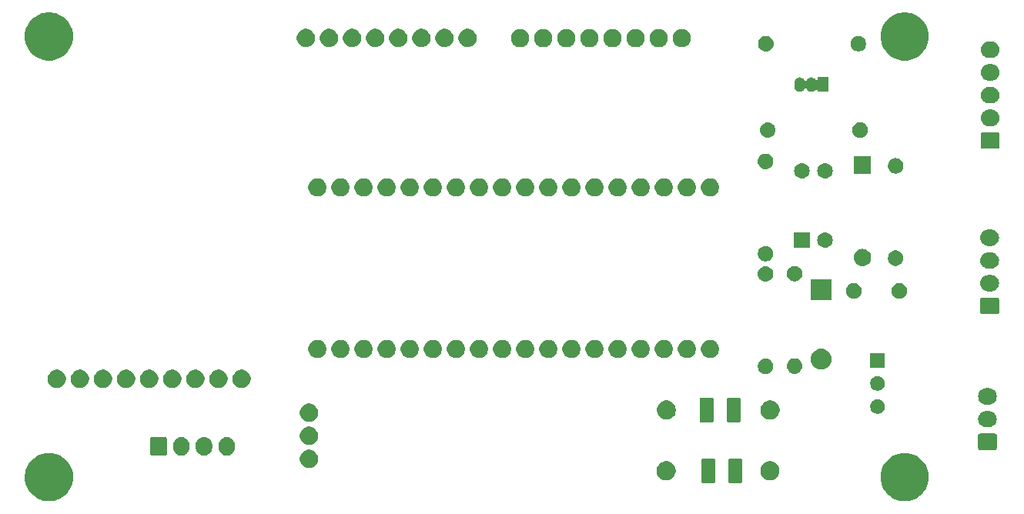
<source format=gbr>
%TF.GenerationSoftware,KiCad,Pcbnew,(5.0.2)-1*%
%TF.CreationDate,2019-09-06T13:10:15+02:00*%
%TF.ProjectId,Connected-OldtimerHardware,436f6e6e-6563-4746-9564-2d4f6c647469,rev?*%
%TF.SameCoordinates,Original*%
%TF.FileFunction,Soldermask,Top*%
%TF.FilePolarity,Negative*%
%FSLAX46Y46*%
G04 Gerber Fmt 4.6, Leading zero omitted, Abs format (unit mm)*
G04 Created by KiCad (PCBNEW (5.0.2)-1) date 06/09/2019 13:10:15*
%MOMM*%
%LPD*%
G01*
G04 APERTURE LIST*
%ADD10C,0.100000*%
G04 APERTURE END LIST*
D10*
G36*
X190842459Y-112865183D02*
X191273268Y-112950876D01*
X191755719Y-113150714D01*
X192093497Y-113376410D01*
X192189917Y-113440836D01*
X192559164Y-113810083D01*
X192559166Y-113810086D01*
X192849286Y-114244281D01*
X193049124Y-114726732D01*
X193049124Y-114726733D01*
X193122951Y-115097884D01*
X193151000Y-115238899D01*
X193151000Y-115761101D01*
X193049124Y-116273268D01*
X192849286Y-116755719D01*
X192561121Y-117186989D01*
X192559164Y-117189917D01*
X192189917Y-117559164D01*
X192189914Y-117559166D01*
X191755719Y-117849286D01*
X191273268Y-118049124D01*
X191017184Y-118100062D01*
X190761102Y-118151000D01*
X190238898Y-118151000D01*
X189982816Y-118100062D01*
X189726732Y-118049124D01*
X189244281Y-117849286D01*
X188810086Y-117559166D01*
X188810083Y-117559164D01*
X188440836Y-117189917D01*
X188438879Y-117186989D01*
X188150714Y-116755719D01*
X187950876Y-116273268D01*
X187849000Y-115761101D01*
X187849000Y-115238899D01*
X187877050Y-115097884D01*
X187950876Y-114726733D01*
X187950876Y-114726732D01*
X188150714Y-114244281D01*
X188440834Y-113810086D01*
X188440836Y-113810083D01*
X188810083Y-113440836D01*
X188906503Y-113376410D01*
X189244281Y-113150714D01*
X189726732Y-112950876D01*
X190157541Y-112865183D01*
X190238898Y-112849000D01*
X190761102Y-112849000D01*
X190842459Y-112865183D01*
X190842459Y-112865183D01*
G37*
G36*
X96742459Y-112865183D02*
X97173268Y-112950876D01*
X97655719Y-113150714D01*
X97993497Y-113376410D01*
X98089917Y-113440836D01*
X98459164Y-113810083D01*
X98459166Y-113810086D01*
X98749286Y-114244281D01*
X98949124Y-114726732D01*
X98949124Y-114726733D01*
X99022951Y-115097884D01*
X99051000Y-115238899D01*
X99051000Y-115761101D01*
X98949124Y-116273268D01*
X98749286Y-116755719D01*
X98461121Y-117186989D01*
X98459164Y-117189917D01*
X98089917Y-117559164D01*
X98089914Y-117559166D01*
X97655719Y-117849286D01*
X97173268Y-118049124D01*
X96917184Y-118100062D01*
X96661102Y-118151000D01*
X96138898Y-118151000D01*
X95882816Y-118100062D01*
X95626732Y-118049124D01*
X95144281Y-117849286D01*
X94710086Y-117559166D01*
X94710083Y-117559164D01*
X94340836Y-117189917D01*
X94338879Y-117186989D01*
X94050714Y-116755719D01*
X93850876Y-116273268D01*
X93749000Y-115761101D01*
X93749000Y-115238899D01*
X93777050Y-115097884D01*
X93850876Y-114726733D01*
X93850876Y-114726732D01*
X94050714Y-114244281D01*
X94340834Y-113810086D01*
X94340836Y-113810083D01*
X94710083Y-113440836D01*
X94806503Y-113376410D01*
X95144281Y-113150714D01*
X95626732Y-112950876D01*
X96057541Y-112865183D01*
X96138898Y-112849000D01*
X96661102Y-112849000D01*
X96742459Y-112865183D01*
X96742459Y-112865183D01*
G37*
G36*
X169516651Y-113419500D02*
X169551566Y-113430092D01*
X169583754Y-113447297D01*
X169611962Y-113470446D01*
X169635111Y-113498654D01*
X169652316Y-113530842D01*
X169662908Y-113565757D01*
X169667089Y-113608214D01*
X169667089Y-115974424D01*
X169662908Y-116016881D01*
X169652316Y-116051796D01*
X169635111Y-116083984D01*
X169611962Y-116112192D01*
X169583754Y-116135341D01*
X169551566Y-116152546D01*
X169516651Y-116163138D01*
X169474194Y-116167319D01*
X168332984Y-116167319D01*
X168290527Y-116163138D01*
X168255612Y-116152546D01*
X168223424Y-116135341D01*
X168195216Y-116112192D01*
X168172067Y-116083984D01*
X168154862Y-116051796D01*
X168144270Y-116016881D01*
X168140089Y-115974424D01*
X168140089Y-113608214D01*
X168144270Y-113565757D01*
X168154862Y-113530842D01*
X168172067Y-113498654D01*
X168195216Y-113470446D01*
X168223424Y-113447297D01*
X168255612Y-113430092D01*
X168290527Y-113419500D01*
X168332984Y-113415319D01*
X169474194Y-113415319D01*
X169516651Y-113419500D01*
X169516651Y-113419500D01*
G37*
G36*
X172491651Y-113419500D02*
X172526566Y-113430092D01*
X172558754Y-113447297D01*
X172586962Y-113470446D01*
X172610111Y-113498654D01*
X172627316Y-113530842D01*
X172637908Y-113565757D01*
X172642089Y-113608214D01*
X172642089Y-115974424D01*
X172637908Y-116016881D01*
X172627316Y-116051796D01*
X172610111Y-116083984D01*
X172586962Y-116112192D01*
X172558754Y-116135341D01*
X172526566Y-116152546D01*
X172491651Y-116163138D01*
X172449194Y-116167319D01*
X171307984Y-116167319D01*
X171265527Y-116163138D01*
X171230612Y-116152546D01*
X171198424Y-116135341D01*
X171170216Y-116112192D01*
X171147067Y-116083984D01*
X171129862Y-116051796D01*
X171119270Y-116016881D01*
X171115089Y-115974424D01*
X171115089Y-113608214D01*
X171119270Y-113565757D01*
X171129862Y-113530842D01*
X171147067Y-113498654D01*
X171170216Y-113470446D01*
X171198424Y-113447297D01*
X171230612Y-113430092D01*
X171265527Y-113419500D01*
X171307984Y-113415319D01*
X172449194Y-113415319D01*
X172491651Y-113419500D01*
X172491651Y-113419500D01*
G37*
G36*
X164585154Y-113780708D02*
X164776423Y-113859934D01*
X164948565Y-113974956D01*
X165094952Y-114121343D01*
X165209974Y-114293485D01*
X165289200Y-114484754D01*
X165329589Y-114687803D01*
X165329589Y-114894835D01*
X165289200Y-115097884D01*
X165209974Y-115289153D01*
X165094952Y-115461295D01*
X164948565Y-115607682D01*
X164776423Y-115722704D01*
X164585154Y-115801930D01*
X164382105Y-115842319D01*
X164175073Y-115842319D01*
X163972024Y-115801930D01*
X163780755Y-115722704D01*
X163608613Y-115607682D01*
X163462226Y-115461295D01*
X163347204Y-115289153D01*
X163267978Y-115097884D01*
X163227589Y-114894835D01*
X163227589Y-114687803D01*
X163267978Y-114484754D01*
X163347204Y-114293485D01*
X163462226Y-114121343D01*
X163608613Y-113974956D01*
X163780755Y-113859934D01*
X163972024Y-113780708D01*
X164175073Y-113740319D01*
X164382105Y-113740319D01*
X164585154Y-113780708D01*
X164585154Y-113780708D01*
G37*
G36*
X175985154Y-113780708D02*
X176176423Y-113859934D01*
X176348565Y-113974956D01*
X176494952Y-114121343D01*
X176609974Y-114293485D01*
X176689200Y-114484754D01*
X176729589Y-114687803D01*
X176729589Y-114894835D01*
X176689200Y-115097884D01*
X176609974Y-115289153D01*
X176494952Y-115461295D01*
X176348565Y-115607682D01*
X176176423Y-115722704D01*
X175985154Y-115801930D01*
X175782105Y-115842319D01*
X175575073Y-115842319D01*
X175372024Y-115801930D01*
X175180755Y-115722704D01*
X175008613Y-115607682D01*
X174862226Y-115461295D01*
X174747204Y-115289153D01*
X174667978Y-115097884D01*
X174627589Y-114894835D01*
X174627589Y-114687803D01*
X174667978Y-114484754D01*
X174747204Y-114293485D01*
X174862226Y-114121343D01*
X175008613Y-113974956D01*
X175180755Y-113859934D01*
X175372024Y-113780708D01*
X175575073Y-113740319D01*
X175782105Y-113740319D01*
X175985154Y-113780708D01*
X175985154Y-113780708D01*
G37*
G36*
X125276981Y-112512468D02*
X125459150Y-112587925D01*
X125623103Y-112697475D01*
X125762525Y-112836897D01*
X125872075Y-113000850D01*
X125947532Y-113183019D01*
X125986000Y-113376410D01*
X125986000Y-113573590D01*
X125947532Y-113766981D01*
X125872075Y-113949150D01*
X125762525Y-114113103D01*
X125623103Y-114252525D01*
X125459150Y-114362075D01*
X125276981Y-114437532D01*
X125083590Y-114476000D01*
X124886410Y-114476000D01*
X124693019Y-114437532D01*
X124510850Y-114362075D01*
X124346897Y-114252525D01*
X124207475Y-114113103D01*
X124097925Y-113949150D01*
X124022468Y-113766981D01*
X123984000Y-113573590D01*
X123984000Y-113376410D01*
X124022468Y-113183019D01*
X124097925Y-113000850D01*
X124207475Y-112836897D01*
X124346897Y-112697475D01*
X124510850Y-112587925D01*
X124693019Y-112512468D01*
X124886410Y-112474000D01*
X125083590Y-112474000D01*
X125276981Y-112512468D01*
X125276981Y-112512468D01*
G37*
G36*
X111126626Y-111087037D02*
X111239852Y-111121384D01*
X111296466Y-111138557D01*
X111452989Y-111222221D01*
X111590186Y-111334814D01*
X111673448Y-111436271D01*
X111702778Y-111472009D01*
X111702779Y-111472011D01*
X111786443Y-111628533D01*
X111803616Y-111685147D01*
X111837963Y-111798373D01*
X111851000Y-111930742D01*
X111851000Y-112269257D01*
X111837963Y-112401626D01*
X111786443Y-112571466D01*
X111702778Y-112727991D01*
X111702777Y-112727992D01*
X111590186Y-112865186D01*
X111495251Y-112943096D01*
X111452991Y-112977778D01*
X111452989Y-112977779D01*
X111296467Y-113061443D01*
X111255734Y-113073799D01*
X111126627Y-113112963D01*
X110950000Y-113130359D01*
X110773374Y-113112963D01*
X110644267Y-113073799D01*
X110603534Y-113061443D01*
X110447012Y-112977779D01*
X110447010Y-112977778D01*
X110309816Y-112865186D01*
X110309812Y-112865183D01*
X110197222Y-112727992D01*
X110113557Y-112571467D01*
X110078634Y-112456339D01*
X110062037Y-112401627D01*
X110049000Y-112269258D01*
X110049000Y-111930743D01*
X110062037Y-111798374D01*
X110113557Y-111628535D01*
X110113557Y-111628534D01*
X110197221Y-111472011D01*
X110309814Y-111334814D01*
X110411271Y-111251552D01*
X110447009Y-111222222D01*
X110464913Y-111212652D01*
X110603533Y-111138557D01*
X110660147Y-111121384D01*
X110773373Y-111087037D01*
X110950000Y-111069641D01*
X111126626Y-111087037D01*
X111126626Y-111087037D01*
G37*
G36*
X113626626Y-111087037D02*
X113739852Y-111121384D01*
X113796466Y-111138557D01*
X113952989Y-111222221D01*
X114090186Y-111334814D01*
X114173448Y-111436271D01*
X114202778Y-111472009D01*
X114202779Y-111472011D01*
X114286443Y-111628533D01*
X114303616Y-111685147D01*
X114337963Y-111798373D01*
X114351000Y-111930742D01*
X114351000Y-112269257D01*
X114337963Y-112401626D01*
X114286443Y-112571466D01*
X114202778Y-112727991D01*
X114202777Y-112727992D01*
X114090186Y-112865186D01*
X113995251Y-112943096D01*
X113952991Y-112977778D01*
X113952989Y-112977779D01*
X113796467Y-113061443D01*
X113755734Y-113073799D01*
X113626627Y-113112963D01*
X113450000Y-113130359D01*
X113273374Y-113112963D01*
X113144267Y-113073799D01*
X113103534Y-113061443D01*
X112947012Y-112977779D01*
X112947010Y-112977778D01*
X112809816Y-112865186D01*
X112809812Y-112865183D01*
X112697222Y-112727992D01*
X112613557Y-112571467D01*
X112578634Y-112456339D01*
X112562037Y-112401627D01*
X112549000Y-112269258D01*
X112549000Y-111930743D01*
X112562037Y-111798374D01*
X112613557Y-111628535D01*
X112613557Y-111628534D01*
X112697221Y-111472011D01*
X112809814Y-111334814D01*
X112911271Y-111251552D01*
X112947009Y-111222222D01*
X112964913Y-111212652D01*
X113103533Y-111138557D01*
X113160147Y-111121384D01*
X113273373Y-111087037D01*
X113450000Y-111069641D01*
X113626626Y-111087037D01*
X113626626Y-111087037D01*
G37*
G36*
X116126626Y-111087037D02*
X116239852Y-111121384D01*
X116296466Y-111138557D01*
X116452989Y-111222221D01*
X116590186Y-111334814D01*
X116673448Y-111436271D01*
X116702778Y-111472009D01*
X116702779Y-111472011D01*
X116786443Y-111628533D01*
X116803616Y-111685147D01*
X116837963Y-111798373D01*
X116851000Y-111930742D01*
X116851000Y-112269257D01*
X116837963Y-112401626D01*
X116786443Y-112571466D01*
X116702778Y-112727991D01*
X116702777Y-112727992D01*
X116590186Y-112865186D01*
X116495251Y-112943096D01*
X116452991Y-112977778D01*
X116452989Y-112977779D01*
X116296467Y-113061443D01*
X116255734Y-113073799D01*
X116126627Y-113112963D01*
X115950000Y-113130359D01*
X115773374Y-113112963D01*
X115644267Y-113073799D01*
X115603534Y-113061443D01*
X115447012Y-112977779D01*
X115447010Y-112977778D01*
X115309816Y-112865186D01*
X115309812Y-112865183D01*
X115197222Y-112727992D01*
X115113557Y-112571467D01*
X115078634Y-112456339D01*
X115062037Y-112401627D01*
X115049000Y-112269258D01*
X115049000Y-111930743D01*
X115062037Y-111798374D01*
X115113557Y-111628535D01*
X115113557Y-111628534D01*
X115197221Y-111472011D01*
X115309814Y-111334814D01*
X115411271Y-111251552D01*
X115447009Y-111222222D01*
X115464913Y-111212652D01*
X115603533Y-111138557D01*
X115660147Y-111121384D01*
X115773373Y-111087037D01*
X115950000Y-111069641D01*
X116126626Y-111087037D01*
X116126626Y-111087037D01*
G37*
G36*
X109208600Y-111077989D02*
X109241649Y-111088014D01*
X109272106Y-111104294D01*
X109298799Y-111126201D01*
X109320706Y-111152894D01*
X109336986Y-111183351D01*
X109347011Y-111216400D01*
X109351000Y-111256904D01*
X109351000Y-112943096D01*
X109347011Y-112983600D01*
X109336986Y-113016649D01*
X109320706Y-113047106D01*
X109298799Y-113073799D01*
X109272106Y-113095706D01*
X109241649Y-113111986D01*
X109208600Y-113122011D01*
X109168096Y-113126000D01*
X107731904Y-113126000D01*
X107691400Y-113122011D01*
X107658351Y-113111986D01*
X107627894Y-113095706D01*
X107601201Y-113073799D01*
X107579294Y-113047106D01*
X107563014Y-113016649D01*
X107552989Y-112983600D01*
X107549000Y-112943096D01*
X107549000Y-111256904D01*
X107552989Y-111216400D01*
X107563014Y-111183351D01*
X107579294Y-111152894D01*
X107601201Y-111126201D01*
X107627894Y-111104294D01*
X107658351Y-111088014D01*
X107691400Y-111077989D01*
X107731904Y-111074000D01*
X109168096Y-111074000D01*
X109208600Y-111077989D01*
X109208600Y-111077989D01*
G37*
G36*
X200483600Y-110702989D02*
X200516649Y-110713014D01*
X200547106Y-110729294D01*
X200573799Y-110751201D01*
X200595706Y-110777894D01*
X200611986Y-110808351D01*
X200622011Y-110841400D01*
X200626000Y-110881904D01*
X200626000Y-112318096D01*
X200622011Y-112358600D01*
X200611986Y-112391649D01*
X200595706Y-112422106D01*
X200573799Y-112448799D01*
X200547106Y-112470706D01*
X200516649Y-112486986D01*
X200483600Y-112497011D01*
X200443096Y-112501000D01*
X198756904Y-112501000D01*
X198716400Y-112497011D01*
X198683351Y-112486986D01*
X198652894Y-112470706D01*
X198626201Y-112448799D01*
X198604294Y-112422106D01*
X198588014Y-112391649D01*
X198577989Y-112358600D01*
X198574000Y-112318096D01*
X198574000Y-110881904D01*
X198577989Y-110841400D01*
X198588014Y-110808351D01*
X198604294Y-110777894D01*
X198626201Y-110751201D01*
X198652894Y-110729294D01*
X198683351Y-110713014D01*
X198716400Y-110702989D01*
X198756904Y-110699000D01*
X200443096Y-110699000D01*
X200483600Y-110702989D01*
X200483600Y-110702989D01*
G37*
G36*
X125276981Y-109972468D02*
X125459150Y-110047925D01*
X125623103Y-110157475D01*
X125762525Y-110296897D01*
X125872075Y-110460850D01*
X125947532Y-110643019D01*
X125986000Y-110836410D01*
X125986000Y-111033590D01*
X125947532Y-111226981D01*
X125872075Y-111409150D01*
X125762525Y-111573103D01*
X125623103Y-111712525D01*
X125459150Y-111822075D01*
X125276981Y-111897532D01*
X125083590Y-111936000D01*
X124886410Y-111936000D01*
X124693019Y-111897532D01*
X124510850Y-111822075D01*
X124346897Y-111712525D01*
X124207475Y-111573103D01*
X124097925Y-111409150D01*
X124022468Y-111226981D01*
X123984000Y-111033590D01*
X123984000Y-110836410D01*
X124022468Y-110643019D01*
X124097925Y-110460850D01*
X124207475Y-110296897D01*
X124346897Y-110157475D01*
X124510850Y-110047925D01*
X124693019Y-109972468D01*
X124886410Y-109934000D01*
X125083590Y-109934000D01*
X125276981Y-109972468D01*
X125276981Y-109972468D01*
G37*
G36*
X199835443Y-108205519D02*
X199901627Y-108212037D01*
X200014853Y-108246384D01*
X200071467Y-108263557D01*
X200207928Y-108336498D01*
X200227991Y-108347222D01*
X200263729Y-108376552D01*
X200365186Y-108459814D01*
X200412937Y-108518000D01*
X200477778Y-108597009D01*
X200487348Y-108614913D01*
X200561443Y-108753533D01*
X200561443Y-108753534D01*
X200612963Y-108923373D01*
X200630359Y-109100000D01*
X200612963Y-109276627D01*
X200588421Y-109357532D01*
X200561443Y-109446467D01*
X200545657Y-109476000D01*
X200477778Y-109602991D01*
X200448448Y-109638729D01*
X200365186Y-109740186D01*
X200263729Y-109823448D01*
X200227991Y-109852778D01*
X200227989Y-109852779D01*
X200071467Y-109936443D01*
X200014853Y-109953616D01*
X199901627Y-109987963D01*
X199835442Y-109994482D01*
X199769260Y-110001000D01*
X199430740Y-110001000D01*
X199364558Y-109994482D01*
X199298373Y-109987963D01*
X199185147Y-109953616D01*
X199128533Y-109936443D01*
X198972011Y-109852779D01*
X198972009Y-109852778D01*
X198936271Y-109823448D01*
X198834814Y-109740186D01*
X198751552Y-109638729D01*
X198722222Y-109602991D01*
X198654343Y-109476000D01*
X198638557Y-109446467D01*
X198611579Y-109357532D01*
X198587037Y-109276627D01*
X198569641Y-109100000D01*
X198587037Y-108923373D01*
X198638557Y-108753534D01*
X198638557Y-108753533D01*
X198712652Y-108614913D01*
X198722222Y-108597009D01*
X198787063Y-108518000D01*
X198834814Y-108459814D01*
X198936271Y-108376552D01*
X198972009Y-108347222D01*
X198992072Y-108336498D01*
X199128533Y-108263557D01*
X199185147Y-108246384D01*
X199298373Y-108212037D01*
X199364557Y-108205519D01*
X199430740Y-108199000D01*
X199769260Y-108199000D01*
X199835443Y-108205519D01*
X199835443Y-108205519D01*
G37*
G36*
X169338062Y-106728181D02*
X169372977Y-106738773D01*
X169405165Y-106755978D01*
X169433373Y-106779127D01*
X169456522Y-106807335D01*
X169473727Y-106839523D01*
X169484319Y-106874438D01*
X169488500Y-106916895D01*
X169488500Y-109283105D01*
X169484319Y-109325562D01*
X169473727Y-109360477D01*
X169456522Y-109392665D01*
X169433373Y-109420873D01*
X169405165Y-109444022D01*
X169372977Y-109461227D01*
X169338062Y-109471819D01*
X169295605Y-109476000D01*
X168154395Y-109476000D01*
X168111938Y-109471819D01*
X168077023Y-109461227D01*
X168044835Y-109444022D01*
X168016627Y-109420873D01*
X167993478Y-109392665D01*
X167976273Y-109360477D01*
X167965681Y-109325562D01*
X167961500Y-109283105D01*
X167961500Y-106916895D01*
X167965681Y-106874438D01*
X167976273Y-106839523D01*
X167993478Y-106807335D01*
X168016627Y-106779127D01*
X168044835Y-106755978D01*
X168077023Y-106738773D01*
X168111938Y-106728181D01*
X168154395Y-106724000D01*
X169295605Y-106724000D01*
X169338062Y-106728181D01*
X169338062Y-106728181D01*
G37*
G36*
X172313062Y-106728181D02*
X172347977Y-106738773D01*
X172380165Y-106755978D01*
X172408373Y-106779127D01*
X172431522Y-106807335D01*
X172448727Y-106839523D01*
X172459319Y-106874438D01*
X172463500Y-106916895D01*
X172463500Y-109283105D01*
X172459319Y-109325562D01*
X172448727Y-109360477D01*
X172431522Y-109392665D01*
X172408373Y-109420873D01*
X172380165Y-109444022D01*
X172347977Y-109461227D01*
X172313062Y-109471819D01*
X172270605Y-109476000D01*
X171129395Y-109476000D01*
X171086938Y-109471819D01*
X171052023Y-109461227D01*
X171019835Y-109444022D01*
X170991627Y-109420873D01*
X170968478Y-109392665D01*
X170951273Y-109360477D01*
X170940681Y-109325562D01*
X170936500Y-109283105D01*
X170936500Y-106916895D01*
X170940681Y-106874438D01*
X170951273Y-106839523D01*
X170968478Y-106807335D01*
X170991627Y-106779127D01*
X171019835Y-106755978D01*
X171052023Y-106738773D01*
X171086938Y-106728181D01*
X171129395Y-106724000D01*
X172270605Y-106724000D01*
X172313062Y-106728181D01*
X172313062Y-106728181D01*
G37*
G36*
X125276981Y-107432468D02*
X125459150Y-107507925D01*
X125623103Y-107617475D01*
X125762525Y-107756897D01*
X125872075Y-107920850D01*
X125947532Y-108103019D01*
X125986000Y-108296410D01*
X125986000Y-108493590D01*
X125947532Y-108686981D01*
X125872075Y-108869150D01*
X125762525Y-109033103D01*
X125623103Y-109172525D01*
X125459150Y-109282075D01*
X125276981Y-109357532D01*
X125083590Y-109396000D01*
X124886410Y-109396000D01*
X124693019Y-109357532D01*
X124510850Y-109282075D01*
X124346897Y-109172525D01*
X124207475Y-109033103D01*
X124097925Y-108869150D01*
X124022468Y-108686981D01*
X123984000Y-108493590D01*
X123984000Y-108296410D01*
X124022468Y-108103019D01*
X124097925Y-107920850D01*
X124207475Y-107756897D01*
X124346897Y-107617475D01*
X124510850Y-107507925D01*
X124693019Y-107432468D01*
X124886410Y-107394000D01*
X125083590Y-107394000D01*
X125276981Y-107432468D01*
X125276981Y-107432468D01*
G37*
G36*
X176006565Y-107089389D02*
X176197834Y-107168615D01*
X176369976Y-107283637D01*
X176516363Y-107430024D01*
X176631385Y-107602166D01*
X176710611Y-107793435D01*
X176751000Y-107996484D01*
X176751000Y-108203516D01*
X176710611Y-108406565D01*
X176631385Y-108597834D01*
X176516363Y-108769976D01*
X176369976Y-108916363D01*
X176197834Y-109031385D01*
X176006565Y-109110611D01*
X175803516Y-109151000D01*
X175596484Y-109151000D01*
X175393435Y-109110611D01*
X175202166Y-109031385D01*
X175030024Y-108916363D01*
X174883637Y-108769976D01*
X174768615Y-108597834D01*
X174689389Y-108406565D01*
X174649000Y-108203516D01*
X174649000Y-107996484D01*
X174689389Y-107793435D01*
X174768615Y-107602166D01*
X174883637Y-107430024D01*
X175030024Y-107283637D01*
X175202166Y-107168615D01*
X175393435Y-107089389D01*
X175596484Y-107049000D01*
X175803516Y-107049000D01*
X176006565Y-107089389D01*
X176006565Y-107089389D01*
G37*
G36*
X164606565Y-107089389D02*
X164797834Y-107168615D01*
X164969976Y-107283637D01*
X165116363Y-107430024D01*
X165231385Y-107602166D01*
X165310611Y-107793435D01*
X165351000Y-107996484D01*
X165351000Y-108203516D01*
X165310611Y-108406565D01*
X165231385Y-108597834D01*
X165116363Y-108769976D01*
X164969976Y-108916363D01*
X164797834Y-109031385D01*
X164606565Y-109110611D01*
X164403516Y-109151000D01*
X164196484Y-109151000D01*
X163993435Y-109110611D01*
X163802166Y-109031385D01*
X163630024Y-108916363D01*
X163483637Y-108769976D01*
X163368615Y-108597834D01*
X163289389Y-108406565D01*
X163249000Y-108203516D01*
X163249000Y-107996484D01*
X163289389Y-107793435D01*
X163368615Y-107602166D01*
X163483637Y-107430024D01*
X163630024Y-107283637D01*
X163802166Y-107168615D01*
X163993435Y-107089389D01*
X164196484Y-107049000D01*
X164403516Y-107049000D01*
X164606565Y-107089389D01*
X164606565Y-107089389D01*
G37*
G36*
X187762142Y-106923242D02*
X187910102Y-106984530D01*
X187977130Y-107029317D01*
X188043257Y-107073501D01*
X188156499Y-107186743D01*
X188192208Y-107240186D01*
X188245470Y-107319898D01*
X188306758Y-107467858D01*
X188338000Y-107624925D01*
X188338000Y-107785075D01*
X188306758Y-107942142D01*
X188259354Y-108056583D01*
X188245471Y-108090100D01*
X188156499Y-108223257D01*
X188043257Y-108336499D01*
X187977130Y-108380683D01*
X187910102Y-108425470D01*
X187762142Y-108486758D01*
X187605075Y-108518000D01*
X187444925Y-108518000D01*
X187287858Y-108486758D01*
X187139898Y-108425470D01*
X187072870Y-108380683D01*
X187006743Y-108336499D01*
X186893501Y-108223257D01*
X186804529Y-108090100D01*
X186790646Y-108056583D01*
X186743242Y-107942142D01*
X186712000Y-107785075D01*
X186712000Y-107624925D01*
X186743242Y-107467858D01*
X186804530Y-107319898D01*
X186857792Y-107240186D01*
X186893501Y-107186743D01*
X187006743Y-107073501D01*
X187072870Y-107029317D01*
X187139898Y-106984530D01*
X187287858Y-106923242D01*
X187444925Y-106892000D01*
X187605075Y-106892000D01*
X187762142Y-106923242D01*
X187762142Y-106923242D01*
G37*
G36*
X199835443Y-105705519D02*
X199901627Y-105712037D01*
X200014853Y-105746384D01*
X200071467Y-105763557D01*
X200133094Y-105796498D01*
X200227991Y-105847222D01*
X200263729Y-105876552D01*
X200365186Y-105959814D01*
X200448448Y-106061271D01*
X200477778Y-106097009D01*
X200477779Y-106097011D01*
X200561443Y-106253533D01*
X200561443Y-106253534D01*
X200612963Y-106423373D01*
X200630359Y-106600000D01*
X200612963Y-106776627D01*
X200583292Y-106874438D01*
X200561443Y-106946467D01*
X200537161Y-106991895D01*
X200477778Y-107102991D01*
X200448448Y-107138729D01*
X200365186Y-107240186D01*
X200268055Y-107319898D01*
X200227991Y-107352778D01*
X200227989Y-107352779D01*
X200071467Y-107436443D01*
X200014853Y-107453616D01*
X199901627Y-107487963D01*
X199835442Y-107494482D01*
X199769260Y-107501000D01*
X199430740Y-107501000D01*
X199364558Y-107494482D01*
X199298373Y-107487963D01*
X199185147Y-107453616D01*
X199128533Y-107436443D01*
X198972011Y-107352779D01*
X198972009Y-107352778D01*
X198931945Y-107319898D01*
X198834814Y-107240186D01*
X198751552Y-107138729D01*
X198722222Y-107102991D01*
X198662839Y-106991895D01*
X198638557Y-106946467D01*
X198616708Y-106874438D01*
X198587037Y-106776627D01*
X198569641Y-106600000D01*
X198587037Y-106423373D01*
X198638557Y-106253534D01*
X198638557Y-106253533D01*
X198722221Y-106097011D01*
X198722222Y-106097009D01*
X198751552Y-106061271D01*
X198834814Y-105959814D01*
X198936271Y-105876552D01*
X198972009Y-105847222D01*
X199066906Y-105796498D01*
X199128533Y-105763557D01*
X199185147Y-105746384D01*
X199298373Y-105712037D01*
X199364557Y-105705519D01*
X199430740Y-105699000D01*
X199769260Y-105699000D01*
X199835443Y-105705519D01*
X199835443Y-105705519D01*
G37*
G36*
X187762142Y-104383242D02*
X187910102Y-104444530D01*
X188043258Y-104533502D01*
X188156498Y-104646742D01*
X188245470Y-104779898D01*
X188306758Y-104927858D01*
X188338000Y-105084925D01*
X188338000Y-105245075D01*
X188306758Y-105402142D01*
X188259354Y-105516583D01*
X188245471Y-105550100D01*
X188171371Y-105661000D01*
X188156498Y-105683258D01*
X188043258Y-105796498D01*
X187910102Y-105885470D01*
X187762142Y-105946758D01*
X187605075Y-105978000D01*
X187444925Y-105978000D01*
X187287858Y-105946758D01*
X187139898Y-105885470D01*
X187006742Y-105796498D01*
X186893502Y-105683258D01*
X186878630Y-105661000D01*
X186804529Y-105550100D01*
X186790646Y-105516583D01*
X186743242Y-105402142D01*
X186712000Y-105245075D01*
X186712000Y-105084925D01*
X186743242Y-104927858D01*
X186804530Y-104779898D01*
X186893502Y-104646742D01*
X187006742Y-104533502D01*
X187139898Y-104444530D01*
X187287858Y-104383242D01*
X187444925Y-104352000D01*
X187605075Y-104352000D01*
X187762142Y-104383242D01*
X187762142Y-104383242D01*
G37*
G36*
X97561981Y-103697468D02*
X97744150Y-103772925D01*
X97908103Y-103882475D01*
X98047525Y-104021897D01*
X98157075Y-104185850D01*
X98232532Y-104368019D01*
X98271000Y-104561410D01*
X98271000Y-104758590D01*
X98232532Y-104951981D01*
X98157075Y-105134150D01*
X98047525Y-105298103D01*
X97908103Y-105437525D01*
X97744150Y-105547075D01*
X97561981Y-105622532D01*
X97368590Y-105661000D01*
X97171410Y-105661000D01*
X96978019Y-105622532D01*
X96795850Y-105547075D01*
X96631897Y-105437525D01*
X96492475Y-105298103D01*
X96382925Y-105134150D01*
X96307468Y-104951981D01*
X96269000Y-104758590D01*
X96269000Y-104561410D01*
X96307468Y-104368019D01*
X96382925Y-104185850D01*
X96492475Y-104021897D01*
X96631897Y-103882475D01*
X96795850Y-103772925D01*
X96978019Y-103697468D01*
X97171410Y-103659000D01*
X97368590Y-103659000D01*
X97561981Y-103697468D01*
X97561981Y-103697468D01*
G37*
G36*
X117881981Y-103697468D02*
X118064150Y-103772925D01*
X118228103Y-103882475D01*
X118367525Y-104021897D01*
X118477075Y-104185850D01*
X118552532Y-104368019D01*
X118591000Y-104561410D01*
X118591000Y-104758590D01*
X118552532Y-104951981D01*
X118477075Y-105134150D01*
X118367525Y-105298103D01*
X118228103Y-105437525D01*
X118064150Y-105547075D01*
X117881981Y-105622532D01*
X117688590Y-105661000D01*
X117491410Y-105661000D01*
X117298019Y-105622532D01*
X117115850Y-105547075D01*
X116951897Y-105437525D01*
X116812475Y-105298103D01*
X116702925Y-105134150D01*
X116627468Y-104951981D01*
X116589000Y-104758590D01*
X116589000Y-104561410D01*
X116627468Y-104368019D01*
X116702925Y-104185850D01*
X116812475Y-104021897D01*
X116951897Y-103882475D01*
X117115850Y-103772925D01*
X117298019Y-103697468D01*
X117491410Y-103659000D01*
X117688590Y-103659000D01*
X117881981Y-103697468D01*
X117881981Y-103697468D01*
G37*
G36*
X100101981Y-103697468D02*
X100284150Y-103772925D01*
X100448103Y-103882475D01*
X100587525Y-104021897D01*
X100697075Y-104185850D01*
X100772532Y-104368019D01*
X100811000Y-104561410D01*
X100811000Y-104758590D01*
X100772532Y-104951981D01*
X100697075Y-105134150D01*
X100587525Y-105298103D01*
X100448103Y-105437525D01*
X100284150Y-105547075D01*
X100101981Y-105622532D01*
X99908590Y-105661000D01*
X99711410Y-105661000D01*
X99518019Y-105622532D01*
X99335850Y-105547075D01*
X99171897Y-105437525D01*
X99032475Y-105298103D01*
X98922925Y-105134150D01*
X98847468Y-104951981D01*
X98809000Y-104758590D01*
X98809000Y-104561410D01*
X98847468Y-104368019D01*
X98922925Y-104185850D01*
X99032475Y-104021897D01*
X99171897Y-103882475D01*
X99335850Y-103772925D01*
X99518019Y-103697468D01*
X99711410Y-103659000D01*
X99908590Y-103659000D01*
X100101981Y-103697468D01*
X100101981Y-103697468D01*
G37*
G36*
X102641981Y-103697468D02*
X102824150Y-103772925D01*
X102988103Y-103882475D01*
X103127525Y-104021897D01*
X103237075Y-104185850D01*
X103312532Y-104368019D01*
X103351000Y-104561410D01*
X103351000Y-104758590D01*
X103312532Y-104951981D01*
X103237075Y-105134150D01*
X103127525Y-105298103D01*
X102988103Y-105437525D01*
X102824150Y-105547075D01*
X102641981Y-105622532D01*
X102448590Y-105661000D01*
X102251410Y-105661000D01*
X102058019Y-105622532D01*
X101875850Y-105547075D01*
X101711897Y-105437525D01*
X101572475Y-105298103D01*
X101462925Y-105134150D01*
X101387468Y-104951981D01*
X101349000Y-104758590D01*
X101349000Y-104561410D01*
X101387468Y-104368019D01*
X101462925Y-104185850D01*
X101572475Y-104021897D01*
X101711897Y-103882475D01*
X101875850Y-103772925D01*
X102058019Y-103697468D01*
X102251410Y-103659000D01*
X102448590Y-103659000D01*
X102641981Y-103697468D01*
X102641981Y-103697468D01*
G37*
G36*
X105181981Y-103697468D02*
X105364150Y-103772925D01*
X105528103Y-103882475D01*
X105667525Y-104021897D01*
X105777075Y-104185850D01*
X105852532Y-104368019D01*
X105891000Y-104561410D01*
X105891000Y-104758590D01*
X105852532Y-104951981D01*
X105777075Y-105134150D01*
X105667525Y-105298103D01*
X105528103Y-105437525D01*
X105364150Y-105547075D01*
X105181981Y-105622532D01*
X104988590Y-105661000D01*
X104791410Y-105661000D01*
X104598019Y-105622532D01*
X104415850Y-105547075D01*
X104251897Y-105437525D01*
X104112475Y-105298103D01*
X104002925Y-105134150D01*
X103927468Y-104951981D01*
X103889000Y-104758590D01*
X103889000Y-104561410D01*
X103927468Y-104368019D01*
X104002925Y-104185850D01*
X104112475Y-104021897D01*
X104251897Y-103882475D01*
X104415850Y-103772925D01*
X104598019Y-103697468D01*
X104791410Y-103659000D01*
X104988590Y-103659000D01*
X105181981Y-103697468D01*
X105181981Y-103697468D01*
G37*
G36*
X107721981Y-103697468D02*
X107904150Y-103772925D01*
X108068103Y-103882475D01*
X108207525Y-104021897D01*
X108317075Y-104185850D01*
X108392532Y-104368019D01*
X108431000Y-104561410D01*
X108431000Y-104758590D01*
X108392532Y-104951981D01*
X108317075Y-105134150D01*
X108207525Y-105298103D01*
X108068103Y-105437525D01*
X107904150Y-105547075D01*
X107721981Y-105622532D01*
X107528590Y-105661000D01*
X107331410Y-105661000D01*
X107138019Y-105622532D01*
X106955850Y-105547075D01*
X106791897Y-105437525D01*
X106652475Y-105298103D01*
X106542925Y-105134150D01*
X106467468Y-104951981D01*
X106429000Y-104758590D01*
X106429000Y-104561410D01*
X106467468Y-104368019D01*
X106542925Y-104185850D01*
X106652475Y-104021897D01*
X106791897Y-103882475D01*
X106955850Y-103772925D01*
X107138019Y-103697468D01*
X107331410Y-103659000D01*
X107528590Y-103659000D01*
X107721981Y-103697468D01*
X107721981Y-103697468D01*
G37*
G36*
X110261981Y-103697468D02*
X110444150Y-103772925D01*
X110608103Y-103882475D01*
X110747525Y-104021897D01*
X110857075Y-104185850D01*
X110932532Y-104368019D01*
X110971000Y-104561410D01*
X110971000Y-104758590D01*
X110932532Y-104951981D01*
X110857075Y-105134150D01*
X110747525Y-105298103D01*
X110608103Y-105437525D01*
X110444150Y-105547075D01*
X110261981Y-105622532D01*
X110068590Y-105661000D01*
X109871410Y-105661000D01*
X109678019Y-105622532D01*
X109495850Y-105547075D01*
X109331897Y-105437525D01*
X109192475Y-105298103D01*
X109082925Y-105134150D01*
X109007468Y-104951981D01*
X108969000Y-104758590D01*
X108969000Y-104561410D01*
X109007468Y-104368019D01*
X109082925Y-104185850D01*
X109192475Y-104021897D01*
X109331897Y-103882475D01*
X109495850Y-103772925D01*
X109678019Y-103697468D01*
X109871410Y-103659000D01*
X110068590Y-103659000D01*
X110261981Y-103697468D01*
X110261981Y-103697468D01*
G37*
G36*
X112801981Y-103697468D02*
X112984150Y-103772925D01*
X113148103Y-103882475D01*
X113287525Y-104021897D01*
X113397075Y-104185850D01*
X113472532Y-104368019D01*
X113511000Y-104561410D01*
X113511000Y-104758590D01*
X113472532Y-104951981D01*
X113397075Y-105134150D01*
X113287525Y-105298103D01*
X113148103Y-105437525D01*
X112984150Y-105547075D01*
X112801981Y-105622532D01*
X112608590Y-105661000D01*
X112411410Y-105661000D01*
X112218019Y-105622532D01*
X112035850Y-105547075D01*
X111871897Y-105437525D01*
X111732475Y-105298103D01*
X111622925Y-105134150D01*
X111547468Y-104951981D01*
X111509000Y-104758590D01*
X111509000Y-104561410D01*
X111547468Y-104368019D01*
X111622925Y-104185850D01*
X111732475Y-104021897D01*
X111871897Y-103882475D01*
X112035850Y-103772925D01*
X112218019Y-103697468D01*
X112411410Y-103659000D01*
X112608590Y-103659000D01*
X112801981Y-103697468D01*
X112801981Y-103697468D01*
G37*
G36*
X115341981Y-103697468D02*
X115524150Y-103772925D01*
X115688103Y-103882475D01*
X115827525Y-104021897D01*
X115937075Y-104185850D01*
X116012532Y-104368019D01*
X116051000Y-104561410D01*
X116051000Y-104758590D01*
X116012532Y-104951981D01*
X115937075Y-105134150D01*
X115827525Y-105298103D01*
X115688103Y-105437525D01*
X115524150Y-105547075D01*
X115341981Y-105622532D01*
X115148590Y-105661000D01*
X114951410Y-105661000D01*
X114758019Y-105622532D01*
X114575850Y-105547075D01*
X114411897Y-105437525D01*
X114272475Y-105298103D01*
X114162925Y-105134150D01*
X114087468Y-104951981D01*
X114049000Y-104758590D01*
X114049000Y-104561410D01*
X114087468Y-104368019D01*
X114162925Y-104185850D01*
X114272475Y-104021897D01*
X114411897Y-103882475D01*
X114575850Y-103772925D01*
X114758019Y-103697468D01*
X114951410Y-103659000D01*
X115148590Y-103659000D01*
X115341981Y-103697468D01*
X115341981Y-103697468D01*
G37*
G36*
X175448228Y-102481703D02*
X175603100Y-102545853D01*
X175742481Y-102638985D01*
X175861015Y-102757519D01*
X175954147Y-102896900D01*
X176018297Y-103051772D01*
X176051000Y-103216184D01*
X176051000Y-103383816D01*
X176018297Y-103548228D01*
X175954147Y-103703100D01*
X175861015Y-103842481D01*
X175742481Y-103961015D01*
X175603100Y-104054147D01*
X175448228Y-104118297D01*
X175283816Y-104151000D01*
X175116184Y-104151000D01*
X174951772Y-104118297D01*
X174796900Y-104054147D01*
X174657519Y-103961015D01*
X174538985Y-103842481D01*
X174445853Y-103703100D01*
X174381703Y-103548228D01*
X174349000Y-103383816D01*
X174349000Y-103216184D01*
X174381703Y-103051772D01*
X174445853Y-102896900D01*
X174538985Y-102757519D01*
X174657519Y-102638985D01*
X174796900Y-102545853D01*
X174951772Y-102481703D01*
X175116184Y-102449000D01*
X175283816Y-102449000D01*
X175448228Y-102481703D01*
X175448228Y-102481703D01*
G37*
G36*
X178566821Y-102421313D02*
X178566824Y-102421314D01*
X178566825Y-102421314D01*
X178727239Y-102469975D01*
X178727241Y-102469976D01*
X178727244Y-102469977D01*
X178875078Y-102548995D01*
X179004659Y-102655341D01*
X179111005Y-102784922D01*
X179190023Y-102932756D01*
X179190024Y-102932759D01*
X179190025Y-102932761D01*
X179238686Y-103093175D01*
X179238687Y-103093179D01*
X179255117Y-103260000D01*
X179238687Y-103426821D01*
X179238686Y-103426824D01*
X179238686Y-103426825D01*
X179201859Y-103548228D01*
X179190023Y-103587244D01*
X179111005Y-103735078D01*
X179004659Y-103864659D01*
X178875078Y-103971005D01*
X178727244Y-104050023D01*
X178727241Y-104050024D01*
X178727239Y-104050025D01*
X178566825Y-104098686D01*
X178566824Y-104098686D01*
X178566821Y-104098687D01*
X178441804Y-104111000D01*
X178358196Y-104111000D01*
X178233179Y-104098687D01*
X178233176Y-104098686D01*
X178233175Y-104098686D01*
X178072761Y-104050025D01*
X178072759Y-104050024D01*
X178072756Y-104050023D01*
X177924922Y-103971005D01*
X177795341Y-103864659D01*
X177688995Y-103735078D01*
X177609977Y-103587244D01*
X177598142Y-103548228D01*
X177561314Y-103426825D01*
X177561314Y-103426824D01*
X177561313Y-103426821D01*
X177544883Y-103260000D01*
X177561313Y-103093179D01*
X177561314Y-103093175D01*
X177609975Y-102932761D01*
X177609976Y-102932759D01*
X177609977Y-102932756D01*
X177688995Y-102784922D01*
X177795341Y-102655341D01*
X177924922Y-102548995D01*
X178072756Y-102469977D01*
X178072759Y-102469976D01*
X178072761Y-102469975D01*
X178233175Y-102421314D01*
X178233176Y-102421314D01*
X178233179Y-102421313D01*
X178358196Y-102409000D01*
X178441804Y-102409000D01*
X178566821Y-102421313D01*
X178566821Y-102421313D01*
G37*
G36*
X181424180Y-101375662D02*
X181525635Y-101385654D01*
X181742600Y-101451470D01*
X181742602Y-101451471D01*
X181742605Y-101451472D01*
X181942556Y-101558347D01*
X182117818Y-101702182D01*
X182261653Y-101877444D01*
X182368528Y-102077395D01*
X182368529Y-102077398D01*
X182368530Y-102077400D01*
X182434346Y-102294365D01*
X182456569Y-102520000D01*
X182434346Y-102745635D01*
X182368530Y-102962600D01*
X182368528Y-102962605D01*
X182261653Y-103162556D01*
X182117818Y-103337818D01*
X181942556Y-103481653D01*
X181742605Y-103588528D01*
X181742602Y-103588529D01*
X181742600Y-103588530D01*
X181525635Y-103654346D01*
X181424180Y-103664338D01*
X181356545Y-103671000D01*
X181243455Y-103671000D01*
X181175820Y-103664338D01*
X181074365Y-103654346D01*
X180857400Y-103588530D01*
X180857398Y-103588529D01*
X180857395Y-103588528D01*
X180657444Y-103481653D01*
X180482182Y-103337818D01*
X180338347Y-103162556D01*
X180231472Y-102962605D01*
X180231470Y-102962600D01*
X180165654Y-102745635D01*
X180143431Y-102520000D01*
X180165654Y-102294365D01*
X180231470Y-102077400D01*
X180231471Y-102077398D01*
X180231472Y-102077395D01*
X180338347Y-101877444D01*
X180482182Y-101702182D01*
X180657444Y-101558347D01*
X180857395Y-101451472D01*
X180857398Y-101451471D01*
X180857400Y-101451470D01*
X181074365Y-101385654D01*
X181175820Y-101375662D01*
X181243455Y-101369000D01*
X181356545Y-101369000D01*
X181424180Y-101375662D01*
X181424180Y-101375662D01*
G37*
G36*
X188338000Y-103438000D02*
X186712000Y-103438000D01*
X186712000Y-101812000D01*
X188338000Y-101812000D01*
X188338000Y-103438000D01*
X188338000Y-103438000D01*
G37*
G36*
X154141981Y-100427468D02*
X154324150Y-100502925D01*
X154488103Y-100612475D01*
X154627525Y-100751897D01*
X154737075Y-100915850D01*
X154812532Y-101098019D01*
X154851000Y-101291410D01*
X154851000Y-101488590D01*
X154812532Y-101681981D01*
X154737075Y-101864150D01*
X154627525Y-102028103D01*
X154488103Y-102167525D01*
X154324150Y-102277075D01*
X154141981Y-102352532D01*
X153948590Y-102391000D01*
X153751410Y-102391000D01*
X153558019Y-102352532D01*
X153375850Y-102277075D01*
X153211897Y-102167525D01*
X153072475Y-102028103D01*
X152962925Y-101864150D01*
X152887468Y-101681981D01*
X152849000Y-101488590D01*
X152849000Y-101291410D01*
X152887468Y-101098019D01*
X152962925Y-100915850D01*
X153072475Y-100751897D01*
X153211897Y-100612475D01*
X153375850Y-100502925D01*
X153558019Y-100427468D01*
X153751410Y-100389000D01*
X153948590Y-100389000D01*
X154141981Y-100427468D01*
X154141981Y-100427468D01*
G37*
G36*
X169381981Y-100427468D02*
X169564150Y-100502925D01*
X169728103Y-100612475D01*
X169867525Y-100751897D01*
X169977075Y-100915850D01*
X170052532Y-101098019D01*
X170091000Y-101291410D01*
X170091000Y-101488590D01*
X170052532Y-101681981D01*
X169977075Y-101864150D01*
X169867525Y-102028103D01*
X169728103Y-102167525D01*
X169564150Y-102277075D01*
X169381981Y-102352532D01*
X169188590Y-102391000D01*
X168991410Y-102391000D01*
X168798019Y-102352532D01*
X168615850Y-102277075D01*
X168451897Y-102167525D01*
X168312475Y-102028103D01*
X168202925Y-101864150D01*
X168127468Y-101681981D01*
X168089000Y-101488590D01*
X168089000Y-101291410D01*
X168127468Y-101098019D01*
X168202925Y-100915850D01*
X168312475Y-100751897D01*
X168451897Y-100612475D01*
X168615850Y-100502925D01*
X168798019Y-100427468D01*
X168991410Y-100389000D01*
X169188590Y-100389000D01*
X169381981Y-100427468D01*
X169381981Y-100427468D01*
G37*
G36*
X166841981Y-100427468D02*
X167024150Y-100502925D01*
X167188103Y-100612475D01*
X167327525Y-100751897D01*
X167437075Y-100915850D01*
X167512532Y-101098019D01*
X167551000Y-101291410D01*
X167551000Y-101488590D01*
X167512532Y-101681981D01*
X167437075Y-101864150D01*
X167327525Y-102028103D01*
X167188103Y-102167525D01*
X167024150Y-102277075D01*
X166841981Y-102352532D01*
X166648590Y-102391000D01*
X166451410Y-102391000D01*
X166258019Y-102352532D01*
X166075850Y-102277075D01*
X165911897Y-102167525D01*
X165772475Y-102028103D01*
X165662925Y-101864150D01*
X165587468Y-101681981D01*
X165549000Y-101488590D01*
X165549000Y-101291410D01*
X165587468Y-101098019D01*
X165662925Y-100915850D01*
X165772475Y-100751897D01*
X165911897Y-100612475D01*
X166075850Y-100502925D01*
X166258019Y-100427468D01*
X166451410Y-100389000D01*
X166648590Y-100389000D01*
X166841981Y-100427468D01*
X166841981Y-100427468D01*
G37*
G36*
X164301981Y-100427468D02*
X164484150Y-100502925D01*
X164648103Y-100612475D01*
X164787525Y-100751897D01*
X164897075Y-100915850D01*
X164972532Y-101098019D01*
X165011000Y-101291410D01*
X165011000Y-101488590D01*
X164972532Y-101681981D01*
X164897075Y-101864150D01*
X164787525Y-102028103D01*
X164648103Y-102167525D01*
X164484150Y-102277075D01*
X164301981Y-102352532D01*
X164108590Y-102391000D01*
X163911410Y-102391000D01*
X163718019Y-102352532D01*
X163535850Y-102277075D01*
X163371897Y-102167525D01*
X163232475Y-102028103D01*
X163122925Y-101864150D01*
X163047468Y-101681981D01*
X163009000Y-101488590D01*
X163009000Y-101291410D01*
X163047468Y-101098019D01*
X163122925Y-100915850D01*
X163232475Y-100751897D01*
X163371897Y-100612475D01*
X163535850Y-100502925D01*
X163718019Y-100427468D01*
X163911410Y-100389000D01*
X164108590Y-100389000D01*
X164301981Y-100427468D01*
X164301981Y-100427468D01*
G37*
G36*
X159221981Y-100427468D02*
X159404150Y-100502925D01*
X159568103Y-100612475D01*
X159707525Y-100751897D01*
X159817075Y-100915850D01*
X159892532Y-101098019D01*
X159931000Y-101291410D01*
X159931000Y-101488590D01*
X159892532Y-101681981D01*
X159817075Y-101864150D01*
X159707525Y-102028103D01*
X159568103Y-102167525D01*
X159404150Y-102277075D01*
X159221981Y-102352532D01*
X159028590Y-102391000D01*
X158831410Y-102391000D01*
X158638019Y-102352532D01*
X158455850Y-102277075D01*
X158291897Y-102167525D01*
X158152475Y-102028103D01*
X158042925Y-101864150D01*
X157967468Y-101681981D01*
X157929000Y-101488590D01*
X157929000Y-101291410D01*
X157967468Y-101098019D01*
X158042925Y-100915850D01*
X158152475Y-100751897D01*
X158291897Y-100612475D01*
X158455850Y-100502925D01*
X158638019Y-100427468D01*
X158831410Y-100389000D01*
X159028590Y-100389000D01*
X159221981Y-100427468D01*
X159221981Y-100427468D01*
G37*
G36*
X156681981Y-100427468D02*
X156864150Y-100502925D01*
X157028103Y-100612475D01*
X157167525Y-100751897D01*
X157277075Y-100915850D01*
X157352532Y-101098019D01*
X157391000Y-101291410D01*
X157391000Y-101488590D01*
X157352532Y-101681981D01*
X157277075Y-101864150D01*
X157167525Y-102028103D01*
X157028103Y-102167525D01*
X156864150Y-102277075D01*
X156681981Y-102352532D01*
X156488590Y-102391000D01*
X156291410Y-102391000D01*
X156098019Y-102352532D01*
X155915850Y-102277075D01*
X155751897Y-102167525D01*
X155612475Y-102028103D01*
X155502925Y-101864150D01*
X155427468Y-101681981D01*
X155389000Y-101488590D01*
X155389000Y-101291410D01*
X155427468Y-101098019D01*
X155502925Y-100915850D01*
X155612475Y-100751897D01*
X155751897Y-100612475D01*
X155915850Y-100502925D01*
X156098019Y-100427468D01*
X156291410Y-100389000D01*
X156488590Y-100389000D01*
X156681981Y-100427468D01*
X156681981Y-100427468D01*
G37*
G36*
X161761981Y-100427468D02*
X161944150Y-100502925D01*
X162108103Y-100612475D01*
X162247525Y-100751897D01*
X162357075Y-100915850D01*
X162432532Y-101098019D01*
X162471000Y-101291410D01*
X162471000Y-101488590D01*
X162432532Y-101681981D01*
X162357075Y-101864150D01*
X162247525Y-102028103D01*
X162108103Y-102167525D01*
X161944150Y-102277075D01*
X161761981Y-102352532D01*
X161568590Y-102391000D01*
X161371410Y-102391000D01*
X161178019Y-102352532D01*
X160995850Y-102277075D01*
X160831897Y-102167525D01*
X160692475Y-102028103D01*
X160582925Y-101864150D01*
X160507468Y-101681981D01*
X160469000Y-101488590D01*
X160469000Y-101291410D01*
X160507468Y-101098019D01*
X160582925Y-100915850D01*
X160692475Y-100751897D01*
X160831897Y-100612475D01*
X160995850Y-100502925D01*
X161178019Y-100427468D01*
X161371410Y-100389000D01*
X161568590Y-100389000D01*
X161761981Y-100427468D01*
X161761981Y-100427468D01*
G37*
G36*
X149061981Y-100427468D02*
X149244150Y-100502925D01*
X149408103Y-100612475D01*
X149547525Y-100751897D01*
X149657075Y-100915850D01*
X149732532Y-101098019D01*
X149771000Y-101291410D01*
X149771000Y-101488590D01*
X149732532Y-101681981D01*
X149657075Y-101864150D01*
X149547525Y-102028103D01*
X149408103Y-102167525D01*
X149244150Y-102277075D01*
X149061981Y-102352532D01*
X148868590Y-102391000D01*
X148671410Y-102391000D01*
X148478019Y-102352532D01*
X148295850Y-102277075D01*
X148131897Y-102167525D01*
X147992475Y-102028103D01*
X147882925Y-101864150D01*
X147807468Y-101681981D01*
X147769000Y-101488590D01*
X147769000Y-101291410D01*
X147807468Y-101098019D01*
X147882925Y-100915850D01*
X147992475Y-100751897D01*
X148131897Y-100612475D01*
X148295850Y-100502925D01*
X148478019Y-100427468D01*
X148671410Y-100389000D01*
X148868590Y-100389000D01*
X149061981Y-100427468D01*
X149061981Y-100427468D01*
G37*
G36*
X146521981Y-100427468D02*
X146704150Y-100502925D01*
X146868103Y-100612475D01*
X147007525Y-100751897D01*
X147117075Y-100915850D01*
X147192532Y-101098019D01*
X147231000Y-101291410D01*
X147231000Y-101488590D01*
X147192532Y-101681981D01*
X147117075Y-101864150D01*
X147007525Y-102028103D01*
X146868103Y-102167525D01*
X146704150Y-102277075D01*
X146521981Y-102352532D01*
X146328590Y-102391000D01*
X146131410Y-102391000D01*
X145938019Y-102352532D01*
X145755850Y-102277075D01*
X145591897Y-102167525D01*
X145452475Y-102028103D01*
X145342925Y-101864150D01*
X145267468Y-101681981D01*
X145229000Y-101488590D01*
X145229000Y-101291410D01*
X145267468Y-101098019D01*
X145342925Y-100915850D01*
X145452475Y-100751897D01*
X145591897Y-100612475D01*
X145755850Y-100502925D01*
X145938019Y-100427468D01*
X146131410Y-100389000D01*
X146328590Y-100389000D01*
X146521981Y-100427468D01*
X146521981Y-100427468D01*
G37*
G36*
X141441981Y-100427468D02*
X141624150Y-100502925D01*
X141788103Y-100612475D01*
X141927525Y-100751897D01*
X142037075Y-100915850D01*
X142112532Y-101098019D01*
X142151000Y-101291410D01*
X142151000Y-101488590D01*
X142112532Y-101681981D01*
X142037075Y-101864150D01*
X141927525Y-102028103D01*
X141788103Y-102167525D01*
X141624150Y-102277075D01*
X141441981Y-102352532D01*
X141248590Y-102391000D01*
X141051410Y-102391000D01*
X140858019Y-102352532D01*
X140675850Y-102277075D01*
X140511897Y-102167525D01*
X140372475Y-102028103D01*
X140262925Y-101864150D01*
X140187468Y-101681981D01*
X140149000Y-101488590D01*
X140149000Y-101291410D01*
X140187468Y-101098019D01*
X140262925Y-100915850D01*
X140372475Y-100751897D01*
X140511897Y-100612475D01*
X140675850Y-100502925D01*
X140858019Y-100427468D01*
X141051410Y-100389000D01*
X141248590Y-100389000D01*
X141441981Y-100427468D01*
X141441981Y-100427468D01*
G37*
G36*
X138901981Y-100427468D02*
X139084150Y-100502925D01*
X139248103Y-100612475D01*
X139387525Y-100751897D01*
X139497075Y-100915850D01*
X139572532Y-101098019D01*
X139611000Y-101291410D01*
X139611000Y-101488590D01*
X139572532Y-101681981D01*
X139497075Y-101864150D01*
X139387525Y-102028103D01*
X139248103Y-102167525D01*
X139084150Y-102277075D01*
X138901981Y-102352532D01*
X138708590Y-102391000D01*
X138511410Y-102391000D01*
X138318019Y-102352532D01*
X138135850Y-102277075D01*
X137971897Y-102167525D01*
X137832475Y-102028103D01*
X137722925Y-101864150D01*
X137647468Y-101681981D01*
X137609000Y-101488590D01*
X137609000Y-101291410D01*
X137647468Y-101098019D01*
X137722925Y-100915850D01*
X137832475Y-100751897D01*
X137971897Y-100612475D01*
X138135850Y-100502925D01*
X138318019Y-100427468D01*
X138511410Y-100389000D01*
X138708590Y-100389000D01*
X138901981Y-100427468D01*
X138901981Y-100427468D01*
G37*
G36*
X136361981Y-100427468D02*
X136544150Y-100502925D01*
X136708103Y-100612475D01*
X136847525Y-100751897D01*
X136957075Y-100915850D01*
X137032532Y-101098019D01*
X137071000Y-101291410D01*
X137071000Y-101488590D01*
X137032532Y-101681981D01*
X136957075Y-101864150D01*
X136847525Y-102028103D01*
X136708103Y-102167525D01*
X136544150Y-102277075D01*
X136361981Y-102352532D01*
X136168590Y-102391000D01*
X135971410Y-102391000D01*
X135778019Y-102352532D01*
X135595850Y-102277075D01*
X135431897Y-102167525D01*
X135292475Y-102028103D01*
X135182925Y-101864150D01*
X135107468Y-101681981D01*
X135069000Y-101488590D01*
X135069000Y-101291410D01*
X135107468Y-101098019D01*
X135182925Y-100915850D01*
X135292475Y-100751897D01*
X135431897Y-100612475D01*
X135595850Y-100502925D01*
X135778019Y-100427468D01*
X135971410Y-100389000D01*
X136168590Y-100389000D01*
X136361981Y-100427468D01*
X136361981Y-100427468D01*
G37*
G36*
X133821981Y-100427468D02*
X134004150Y-100502925D01*
X134168103Y-100612475D01*
X134307525Y-100751897D01*
X134417075Y-100915850D01*
X134492532Y-101098019D01*
X134531000Y-101291410D01*
X134531000Y-101488590D01*
X134492532Y-101681981D01*
X134417075Y-101864150D01*
X134307525Y-102028103D01*
X134168103Y-102167525D01*
X134004150Y-102277075D01*
X133821981Y-102352532D01*
X133628590Y-102391000D01*
X133431410Y-102391000D01*
X133238019Y-102352532D01*
X133055850Y-102277075D01*
X132891897Y-102167525D01*
X132752475Y-102028103D01*
X132642925Y-101864150D01*
X132567468Y-101681981D01*
X132529000Y-101488590D01*
X132529000Y-101291410D01*
X132567468Y-101098019D01*
X132642925Y-100915850D01*
X132752475Y-100751897D01*
X132891897Y-100612475D01*
X133055850Y-100502925D01*
X133238019Y-100427468D01*
X133431410Y-100389000D01*
X133628590Y-100389000D01*
X133821981Y-100427468D01*
X133821981Y-100427468D01*
G37*
G36*
X131281981Y-100427468D02*
X131464150Y-100502925D01*
X131628103Y-100612475D01*
X131767525Y-100751897D01*
X131877075Y-100915850D01*
X131952532Y-101098019D01*
X131991000Y-101291410D01*
X131991000Y-101488590D01*
X131952532Y-101681981D01*
X131877075Y-101864150D01*
X131767525Y-102028103D01*
X131628103Y-102167525D01*
X131464150Y-102277075D01*
X131281981Y-102352532D01*
X131088590Y-102391000D01*
X130891410Y-102391000D01*
X130698019Y-102352532D01*
X130515850Y-102277075D01*
X130351897Y-102167525D01*
X130212475Y-102028103D01*
X130102925Y-101864150D01*
X130027468Y-101681981D01*
X129989000Y-101488590D01*
X129989000Y-101291410D01*
X130027468Y-101098019D01*
X130102925Y-100915850D01*
X130212475Y-100751897D01*
X130351897Y-100612475D01*
X130515850Y-100502925D01*
X130698019Y-100427468D01*
X130891410Y-100389000D01*
X131088590Y-100389000D01*
X131281981Y-100427468D01*
X131281981Y-100427468D01*
G37*
G36*
X126201981Y-100427468D02*
X126384150Y-100502925D01*
X126548103Y-100612475D01*
X126687525Y-100751897D01*
X126797075Y-100915850D01*
X126872532Y-101098019D01*
X126911000Y-101291410D01*
X126911000Y-101488590D01*
X126872532Y-101681981D01*
X126797075Y-101864150D01*
X126687525Y-102028103D01*
X126548103Y-102167525D01*
X126384150Y-102277075D01*
X126201981Y-102352532D01*
X126008590Y-102391000D01*
X125811410Y-102391000D01*
X125618019Y-102352532D01*
X125435850Y-102277075D01*
X125271897Y-102167525D01*
X125132475Y-102028103D01*
X125022925Y-101864150D01*
X124947468Y-101681981D01*
X124909000Y-101488590D01*
X124909000Y-101291410D01*
X124947468Y-101098019D01*
X125022925Y-100915850D01*
X125132475Y-100751897D01*
X125271897Y-100612475D01*
X125435850Y-100502925D01*
X125618019Y-100427468D01*
X125811410Y-100389000D01*
X126008590Y-100389000D01*
X126201981Y-100427468D01*
X126201981Y-100427468D01*
G37*
G36*
X128741981Y-100427468D02*
X128924150Y-100502925D01*
X129088103Y-100612475D01*
X129227525Y-100751897D01*
X129337075Y-100915850D01*
X129412532Y-101098019D01*
X129451000Y-101291410D01*
X129451000Y-101488590D01*
X129412532Y-101681981D01*
X129337075Y-101864150D01*
X129227525Y-102028103D01*
X129088103Y-102167525D01*
X128924150Y-102277075D01*
X128741981Y-102352532D01*
X128548590Y-102391000D01*
X128351410Y-102391000D01*
X128158019Y-102352532D01*
X127975850Y-102277075D01*
X127811897Y-102167525D01*
X127672475Y-102028103D01*
X127562925Y-101864150D01*
X127487468Y-101681981D01*
X127449000Y-101488590D01*
X127449000Y-101291410D01*
X127487468Y-101098019D01*
X127562925Y-100915850D01*
X127672475Y-100751897D01*
X127811897Y-100612475D01*
X127975850Y-100502925D01*
X128158019Y-100427468D01*
X128351410Y-100389000D01*
X128548590Y-100389000D01*
X128741981Y-100427468D01*
X128741981Y-100427468D01*
G37*
G36*
X151601981Y-100427468D02*
X151784150Y-100502925D01*
X151948103Y-100612475D01*
X152087525Y-100751897D01*
X152197075Y-100915850D01*
X152272532Y-101098019D01*
X152311000Y-101291410D01*
X152311000Y-101488590D01*
X152272532Y-101681981D01*
X152197075Y-101864150D01*
X152087525Y-102028103D01*
X151948103Y-102167525D01*
X151784150Y-102277075D01*
X151601981Y-102352532D01*
X151408590Y-102391000D01*
X151211410Y-102391000D01*
X151018019Y-102352532D01*
X150835850Y-102277075D01*
X150671897Y-102167525D01*
X150532475Y-102028103D01*
X150422925Y-101864150D01*
X150347468Y-101681981D01*
X150309000Y-101488590D01*
X150309000Y-101291410D01*
X150347468Y-101098019D01*
X150422925Y-100915850D01*
X150532475Y-100751897D01*
X150671897Y-100612475D01*
X150835850Y-100502925D01*
X151018019Y-100427468D01*
X151211410Y-100389000D01*
X151408590Y-100389000D01*
X151601981Y-100427468D01*
X151601981Y-100427468D01*
G37*
G36*
X143981981Y-100427468D02*
X144164150Y-100502925D01*
X144328103Y-100612475D01*
X144467525Y-100751897D01*
X144577075Y-100915850D01*
X144652532Y-101098019D01*
X144691000Y-101291410D01*
X144691000Y-101488590D01*
X144652532Y-101681981D01*
X144577075Y-101864150D01*
X144467525Y-102028103D01*
X144328103Y-102167525D01*
X144164150Y-102277075D01*
X143981981Y-102352532D01*
X143788590Y-102391000D01*
X143591410Y-102391000D01*
X143398019Y-102352532D01*
X143215850Y-102277075D01*
X143051897Y-102167525D01*
X142912475Y-102028103D01*
X142802925Y-101864150D01*
X142727468Y-101681981D01*
X142689000Y-101488590D01*
X142689000Y-101291410D01*
X142727468Y-101098019D01*
X142802925Y-100915850D01*
X142912475Y-100751897D01*
X143051897Y-100612475D01*
X143215850Y-100502925D01*
X143398019Y-100427468D01*
X143591410Y-100389000D01*
X143788590Y-100389000D01*
X143981981Y-100427468D01*
X143981981Y-100427468D01*
G37*
G36*
X200733600Y-95752989D02*
X200766649Y-95763014D01*
X200797106Y-95779294D01*
X200823799Y-95801201D01*
X200845706Y-95827894D01*
X200861986Y-95858351D01*
X200872011Y-95891400D01*
X200876000Y-95931904D01*
X200876000Y-97368096D01*
X200872011Y-97408600D01*
X200861986Y-97441649D01*
X200845706Y-97472106D01*
X200823799Y-97498799D01*
X200797106Y-97520706D01*
X200766649Y-97536986D01*
X200733600Y-97547011D01*
X200693096Y-97551000D01*
X199006904Y-97551000D01*
X198966400Y-97547011D01*
X198933351Y-97536986D01*
X198902894Y-97520706D01*
X198876201Y-97498799D01*
X198854294Y-97472106D01*
X198838014Y-97441649D01*
X198827989Y-97408600D01*
X198824000Y-97368096D01*
X198824000Y-95931904D01*
X198827989Y-95891400D01*
X198838014Y-95858351D01*
X198854294Y-95827894D01*
X198876201Y-95801201D01*
X198902894Y-95779294D01*
X198933351Y-95763014D01*
X198966400Y-95752989D01*
X199006904Y-95749000D01*
X200693096Y-95749000D01*
X200733600Y-95752989D01*
X200733600Y-95752989D01*
G37*
G36*
X182451000Y-96051000D02*
X180149000Y-96051000D01*
X180149000Y-93749000D01*
X182451000Y-93749000D01*
X182451000Y-96051000D01*
X182451000Y-96051000D01*
G37*
G36*
X190148228Y-94181703D02*
X190303100Y-94245853D01*
X190442481Y-94338985D01*
X190561015Y-94457519D01*
X190654147Y-94596900D01*
X190718297Y-94751772D01*
X190751000Y-94916184D01*
X190751000Y-95083816D01*
X190718297Y-95248228D01*
X190654147Y-95403100D01*
X190561015Y-95542481D01*
X190442481Y-95661015D01*
X190303100Y-95754147D01*
X190148228Y-95818297D01*
X189983816Y-95851000D01*
X189816184Y-95851000D01*
X189651772Y-95818297D01*
X189496900Y-95754147D01*
X189357519Y-95661015D01*
X189238985Y-95542481D01*
X189145853Y-95403100D01*
X189081703Y-95248228D01*
X189049000Y-95083816D01*
X189049000Y-94916184D01*
X189081703Y-94751772D01*
X189145853Y-94596900D01*
X189238985Y-94457519D01*
X189357519Y-94338985D01*
X189496900Y-94245853D01*
X189651772Y-94181703D01*
X189816184Y-94149000D01*
X189983816Y-94149000D01*
X190148228Y-94181703D01*
X190148228Y-94181703D01*
G37*
G36*
X185148228Y-94181703D02*
X185303100Y-94245853D01*
X185442481Y-94338985D01*
X185561015Y-94457519D01*
X185654147Y-94596900D01*
X185718297Y-94751772D01*
X185751000Y-94916184D01*
X185751000Y-95083816D01*
X185718297Y-95248228D01*
X185654147Y-95403100D01*
X185561015Y-95542481D01*
X185442481Y-95661015D01*
X185303100Y-95754147D01*
X185148228Y-95818297D01*
X184983816Y-95851000D01*
X184816184Y-95851000D01*
X184651772Y-95818297D01*
X184496900Y-95754147D01*
X184357519Y-95661015D01*
X184238985Y-95542481D01*
X184145853Y-95403100D01*
X184081703Y-95248228D01*
X184049000Y-95083816D01*
X184049000Y-94916184D01*
X184081703Y-94751772D01*
X184145853Y-94596900D01*
X184238985Y-94457519D01*
X184357519Y-94338985D01*
X184496900Y-94245853D01*
X184651772Y-94181703D01*
X184816184Y-94149000D01*
X184983816Y-94149000D01*
X185148228Y-94181703D01*
X185148228Y-94181703D01*
G37*
G36*
X200085443Y-93255519D02*
X200151627Y-93262037D01*
X200264853Y-93296384D01*
X200321467Y-93313557D01*
X200460087Y-93387652D01*
X200477991Y-93397222D01*
X200513729Y-93426552D01*
X200615186Y-93509814D01*
X200698448Y-93611271D01*
X200727778Y-93647009D01*
X200727779Y-93647011D01*
X200811443Y-93803533D01*
X200811443Y-93803534D01*
X200862963Y-93973373D01*
X200880359Y-94150000D01*
X200862963Y-94326627D01*
X200828616Y-94439853D01*
X200811443Y-94496467D01*
X200737348Y-94635087D01*
X200727778Y-94652991D01*
X200698448Y-94688729D01*
X200615186Y-94790186D01*
X200513729Y-94873448D01*
X200477991Y-94902778D01*
X200477989Y-94902779D01*
X200321467Y-94986443D01*
X200264853Y-95003616D01*
X200151627Y-95037963D01*
X200085443Y-95044481D01*
X200019260Y-95051000D01*
X199680740Y-95051000D01*
X199614557Y-95044481D01*
X199548373Y-95037963D01*
X199435147Y-95003616D01*
X199378533Y-94986443D01*
X199222011Y-94902779D01*
X199222009Y-94902778D01*
X199186271Y-94873448D01*
X199084814Y-94790186D01*
X199001552Y-94688729D01*
X198972222Y-94652991D01*
X198962652Y-94635087D01*
X198888557Y-94496467D01*
X198871384Y-94439853D01*
X198837037Y-94326627D01*
X198819641Y-94150000D01*
X198837037Y-93973373D01*
X198888557Y-93803534D01*
X198888557Y-93803533D01*
X198972221Y-93647011D01*
X198972222Y-93647009D01*
X199001552Y-93611271D01*
X199084814Y-93509814D01*
X199186271Y-93426552D01*
X199222009Y-93397222D01*
X199239913Y-93387652D01*
X199378533Y-93313557D01*
X199435147Y-93296384D01*
X199548373Y-93262037D01*
X199614557Y-93255519D01*
X199680740Y-93249000D01*
X200019260Y-93249000D01*
X200085443Y-93255519D01*
X200085443Y-93255519D01*
G37*
G36*
X175366821Y-92301313D02*
X175366824Y-92301314D01*
X175366825Y-92301314D01*
X175527239Y-92349975D01*
X175527241Y-92349976D01*
X175527244Y-92349977D01*
X175675078Y-92428995D01*
X175804659Y-92535341D01*
X175911005Y-92664922D01*
X175990023Y-92812756D01*
X175990024Y-92812759D01*
X175990025Y-92812761D01*
X176038686Y-92973175D01*
X176038687Y-92973179D01*
X176055117Y-93140000D01*
X176038687Y-93306821D01*
X176038686Y-93306824D01*
X176038686Y-93306825D01*
X176011265Y-93397221D01*
X175990023Y-93467244D01*
X175911005Y-93615078D01*
X175804659Y-93744659D01*
X175675078Y-93851005D01*
X175527244Y-93930023D01*
X175527241Y-93930024D01*
X175527239Y-93930025D01*
X175366825Y-93978686D01*
X175366824Y-93978686D01*
X175366821Y-93978687D01*
X175241804Y-93991000D01*
X175158196Y-93991000D01*
X175033179Y-93978687D01*
X175033176Y-93978686D01*
X175033175Y-93978686D01*
X174872761Y-93930025D01*
X174872759Y-93930024D01*
X174872756Y-93930023D01*
X174724922Y-93851005D01*
X174595341Y-93744659D01*
X174488995Y-93615078D01*
X174409977Y-93467244D01*
X174388736Y-93397221D01*
X174361314Y-93306825D01*
X174361314Y-93306824D01*
X174361313Y-93306821D01*
X174344883Y-93140000D01*
X174361313Y-92973179D01*
X174361314Y-92973175D01*
X174409975Y-92812761D01*
X174409976Y-92812759D01*
X174409977Y-92812756D01*
X174488995Y-92664922D01*
X174595341Y-92535341D01*
X174724922Y-92428995D01*
X174872756Y-92349977D01*
X174872759Y-92349976D01*
X174872761Y-92349975D01*
X175033175Y-92301314D01*
X175033176Y-92301314D01*
X175033179Y-92301313D01*
X175158196Y-92289000D01*
X175241804Y-92289000D01*
X175366821Y-92301313D01*
X175366821Y-92301313D01*
G37*
G36*
X178648228Y-92281703D02*
X178803100Y-92345853D01*
X178942481Y-92438985D01*
X179061015Y-92557519D01*
X179154147Y-92696900D01*
X179218297Y-92851772D01*
X179251000Y-93016184D01*
X179251000Y-93183816D01*
X179218297Y-93348228D01*
X179154147Y-93503100D01*
X179061015Y-93642481D01*
X178942481Y-93761015D01*
X178803100Y-93854147D01*
X178648228Y-93918297D01*
X178483816Y-93951000D01*
X178316184Y-93951000D01*
X178151772Y-93918297D01*
X177996900Y-93854147D01*
X177857519Y-93761015D01*
X177738985Y-93642481D01*
X177645853Y-93503100D01*
X177581703Y-93348228D01*
X177549000Y-93183816D01*
X177549000Y-93016184D01*
X177581703Y-92851772D01*
X177645853Y-92696900D01*
X177738985Y-92557519D01*
X177857519Y-92438985D01*
X177996900Y-92345853D01*
X178151772Y-92281703D01*
X178316184Y-92249000D01*
X178483816Y-92249000D01*
X178648228Y-92281703D01*
X178648228Y-92281703D01*
G37*
G36*
X200085442Y-90755518D02*
X200151627Y-90762037D01*
X200264853Y-90796384D01*
X200321467Y-90813557D01*
X200460087Y-90887652D01*
X200477991Y-90897222D01*
X200513729Y-90926552D01*
X200615186Y-91009814D01*
X200698448Y-91111271D01*
X200727778Y-91147009D01*
X200727779Y-91147011D01*
X200811443Y-91303533D01*
X200828616Y-91360147D01*
X200862963Y-91473373D01*
X200880359Y-91650000D01*
X200862963Y-91826627D01*
X200828616Y-91939853D01*
X200811443Y-91996467D01*
X200810589Y-91998064D01*
X200727778Y-92152991D01*
X200726829Y-92154147D01*
X200615186Y-92290186D01*
X200542329Y-92349977D01*
X200477991Y-92402778D01*
X200477989Y-92402779D01*
X200321467Y-92486443D01*
X200264853Y-92503616D01*
X200151627Y-92537963D01*
X200085443Y-92544481D01*
X200019260Y-92551000D01*
X199680740Y-92551000D01*
X199614557Y-92544481D01*
X199548373Y-92537963D01*
X199435147Y-92503616D01*
X199378533Y-92486443D01*
X199222011Y-92402779D01*
X199222009Y-92402778D01*
X199157671Y-92349977D01*
X199084814Y-92290186D01*
X198973171Y-92154147D01*
X198972222Y-92152991D01*
X198889411Y-91998064D01*
X198888557Y-91996467D01*
X198871384Y-91939853D01*
X198837037Y-91826627D01*
X198819641Y-91650000D01*
X198837037Y-91473373D01*
X198871384Y-91360147D01*
X198888557Y-91303533D01*
X198972221Y-91147011D01*
X198972222Y-91147009D01*
X199001552Y-91111271D01*
X199084814Y-91009814D01*
X199186271Y-90926552D01*
X199222009Y-90897222D01*
X199239913Y-90887652D01*
X199378533Y-90813557D01*
X199435147Y-90796384D01*
X199548373Y-90762037D01*
X199614557Y-90755519D01*
X199680740Y-90749000D01*
X200019260Y-90749000D01*
X200085442Y-90755518D01*
X200085442Y-90755518D01*
G37*
G36*
X186040406Y-90385112D02*
X186040409Y-90385113D01*
X186040410Y-90385113D01*
X186219674Y-90439492D01*
X186219676Y-90439493D01*
X186384886Y-90527800D01*
X186529693Y-90646640D01*
X186648533Y-90791447D01*
X186648534Y-90791449D01*
X186736841Y-90956659D01*
X186791220Y-91135923D01*
X186791221Y-91135927D01*
X186809582Y-91322352D01*
X186791221Y-91508777D01*
X186791220Y-91508780D01*
X186791220Y-91508781D01*
X186747124Y-91654147D01*
X186736840Y-91688047D01*
X186648533Y-91853257D01*
X186529693Y-91998064D01*
X186384886Y-92116904D01*
X186219676Y-92205211D01*
X186219674Y-92205212D01*
X186040410Y-92259591D01*
X186040409Y-92259591D01*
X186040406Y-92259592D01*
X185900699Y-92273352D01*
X185807263Y-92273352D01*
X185667556Y-92259592D01*
X185667553Y-92259591D01*
X185667552Y-92259591D01*
X185488288Y-92205212D01*
X185488286Y-92205211D01*
X185323076Y-92116904D01*
X185178269Y-91998064D01*
X185059429Y-91853257D01*
X184971122Y-91688047D01*
X184960839Y-91654147D01*
X184916742Y-91508781D01*
X184916742Y-91508780D01*
X184916741Y-91508777D01*
X184898380Y-91322352D01*
X184916741Y-91135927D01*
X184916742Y-91135923D01*
X184971121Y-90956659D01*
X185059428Y-90791449D01*
X185059429Y-90791447D01*
X185178269Y-90646640D01*
X185323076Y-90527800D01*
X185488286Y-90439493D01*
X185488288Y-90439492D01*
X185667552Y-90385113D01*
X185667553Y-90385113D01*
X185667556Y-90385112D01*
X185807263Y-90371352D01*
X185900699Y-90371352D01*
X186040406Y-90385112D01*
X186040406Y-90385112D01*
G37*
G36*
X189748228Y-90581703D02*
X189903100Y-90645853D01*
X190042481Y-90738985D01*
X190161015Y-90857519D01*
X190254147Y-90996900D01*
X190318297Y-91151772D01*
X190351000Y-91316184D01*
X190351000Y-91483816D01*
X190318297Y-91648228D01*
X190254147Y-91803100D01*
X190161015Y-91942481D01*
X190042481Y-92061015D01*
X189903100Y-92154147D01*
X189748228Y-92218297D01*
X189583816Y-92251000D01*
X189416184Y-92251000D01*
X189251772Y-92218297D01*
X189096900Y-92154147D01*
X188957519Y-92061015D01*
X188838985Y-91942481D01*
X188745853Y-91803100D01*
X188681703Y-91648228D01*
X188649000Y-91483816D01*
X188649000Y-91316184D01*
X188681703Y-91151772D01*
X188745853Y-90996900D01*
X188838985Y-90857519D01*
X188957519Y-90738985D01*
X189096900Y-90645853D01*
X189251772Y-90581703D01*
X189416184Y-90549000D01*
X189583816Y-90549000D01*
X189748228Y-90581703D01*
X189748228Y-90581703D01*
G37*
G36*
X175448228Y-90081703D02*
X175603100Y-90145853D01*
X175742481Y-90238985D01*
X175861015Y-90357519D01*
X175954147Y-90496900D01*
X176018297Y-90651772D01*
X176051000Y-90816184D01*
X176051000Y-90983816D01*
X176018297Y-91148228D01*
X175954147Y-91303100D01*
X175861015Y-91442481D01*
X175742481Y-91561015D01*
X175603100Y-91654147D01*
X175448228Y-91718297D01*
X175283816Y-91751000D01*
X175116184Y-91751000D01*
X174951772Y-91718297D01*
X174796900Y-91654147D01*
X174657519Y-91561015D01*
X174538985Y-91442481D01*
X174445853Y-91303100D01*
X174381703Y-91148228D01*
X174349000Y-90983816D01*
X174349000Y-90816184D01*
X174381703Y-90651772D01*
X174445853Y-90496900D01*
X174538985Y-90357519D01*
X174657519Y-90238985D01*
X174796900Y-90145853D01*
X174951772Y-90081703D01*
X175116184Y-90049000D01*
X175283816Y-90049000D01*
X175448228Y-90081703D01*
X175448228Y-90081703D01*
G37*
G36*
X181906821Y-88561313D02*
X181906824Y-88561314D01*
X181906825Y-88561314D01*
X182067239Y-88609975D01*
X182067241Y-88609976D01*
X182067244Y-88609977D01*
X182215078Y-88688995D01*
X182344659Y-88795341D01*
X182451005Y-88924922D01*
X182530023Y-89072756D01*
X182578687Y-89233179D01*
X182595117Y-89400000D01*
X182578687Y-89566821D01*
X182530023Y-89727244D01*
X182451005Y-89875078D01*
X182344659Y-90004659D01*
X182215078Y-90111005D01*
X182067244Y-90190023D01*
X182067241Y-90190024D01*
X182067239Y-90190025D01*
X181906825Y-90238686D01*
X181906824Y-90238686D01*
X181906821Y-90238687D01*
X181781804Y-90251000D01*
X181698196Y-90251000D01*
X181573179Y-90238687D01*
X181573176Y-90238686D01*
X181573175Y-90238686D01*
X181412761Y-90190025D01*
X181412759Y-90190024D01*
X181412756Y-90190023D01*
X181264922Y-90111005D01*
X181135341Y-90004659D01*
X181028995Y-89875078D01*
X180949977Y-89727244D01*
X180901313Y-89566821D01*
X180884883Y-89400000D01*
X180901313Y-89233179D01*
X180949977Y-89072756D01*
X181028995Y-88924922D01*
X181135341Y-88795341D01*
X181264922Y-88688995D01*
X181412756Y-88609977D01*
X181412759Y-88609976D01*
X181412761Y-88609975D01*
X181573175Y-88561314D01*
X181573176Y-88561314D01*
X181573179Y-88561313D01*
X181698196Y-88549000D01*
X181781804Y-88549000D01*
X181906821Y-88561313D01*
X181906821Y-88561313D01*
G37*
G36*
X180051000Y-90251000D02*
X178349000Y-90251000D01*
X178349000Y-88549000D01*
X180051000Y-88549000D01*
X180051000Y-90251000D01*
X180051000Y-90251000D01*
G37*
G36*
X200085443Y-88255519D02*
X200151627Y-88262037D01*
X200264853Y-88296384D01*
X200321467Y-88313557D01*
X200460087Y-88387652D01*
X200477991Y-88397222D01*
X200513729Y-88426552D01*
X200615186Y-88509814D01*
X200697385Y-88609975D01*
X200727778Y-88647009D01*
X200727779Y-88647011D01*
X200811443Y-88803533D01*
X200811443Y-88803534D01*
X200862963Y-88973373D01*
X200880359Y-89150000D01*
X200862963Y-89326627D01*
X200828616Y-89439853D01*
X200811443Y-89496467D01*
X200773837Y-89566821D01*
X200727778Y-89652991D01*
X200698448Y-89688729D01*
X200615186Y-89790186D01*
X200513729Y-89873448D01*
X200477991Y-89902778D01*
X200477989Y-89902779D01*
X200321467Y-89986443D01*
X200264853Y-90003616D01*
X200151627Y-90037963D01*
X200085443Y-90044481D01*
X200019260Y-90051000D01*
X199680740Y-90051000D01*
X199614558Y-90044482D01*
X199548373Y-90037963D01*
X199435147Y-90003616D01*
X199378533Y-89986443D01*
X199222011Y-89902779D01*
X199222009Y-89902778D01*
X199186271Y-89873448D01*
X199084814Y-89790186D01*
X199001552Y-89688729D01*
X198972222Y-89652991D01*
X198926163Y-89566821D01*
X198888557Y-89496467D01*
X198871384Y-89439853D01*
X198837037Y-89326627D01*
X198819641Y-89150000D01*
X198837037Y-88973373D01*
X198888557Y-88803534D01*
X198888557Y-88803533D01*
X198972221Y-88647011D01*
X198972222Y-88647009D01*
X199002615Y-88609975D01*
X199084814Y-88509814D01*
X199186271Y-88426552D01*
X199222009Y-88397222D01*
X199239913Y-88387652D01*
X199378533Y-88313557D01*
X199435147Y-88296384D01*
X199548373Y-88262037D01*
X199614557Y-88255519D01*
X199680740Y-88249000D01*
X200019260Y-88249000D01*
X200085443Y-88255519D01*
X200085443Y-88255519D01*
G37*
G36*
X151601981Y-82647468D02*
X151784150Y-82722925D01*
X151948103Y-82832475D01*
X152087525Y-82971897D01*
X152197075Y-83135850D01*
X152272532Y-83318019D01*
X152311000Y-83511410D01*
X152311000Y-83708590D01*
X152272532Y-83901981D01*
X152197075Y-84084150D01*
X152087525Y-84248103D01*
X151948103Y-84387525D01*
X151784150Y-84497075D01*
X151601981Y-84572532D01*
X151408590Y-84611000D01*
X151211410Y-84611000D01*
X151018019Y-84572532D01*
X150835850Y-84497075D01*
X150671897Y-84387525D01*
X150532475Y-84248103D01*
X150422925Y-84084150D01*
X150347468Y-83901981D01*
X150309000Y-83708590D01*
X150309000Y-83511410D01*
X150347468Y-83318019D01*
X150422925Y-83135850D01*
X150532475Y-82971897D01*
X150671897Y-82832475D01*
X150835850Y-82722925D01*
X151018019Y-82647468D01*
X151211410Y-82609000D01*
X151408590Y-82609000D01*
X151601981Y-82647468D01*
X151601981Y-82647468D01*
G37*
G36*
X164301981Y-82647468D02*
X164484150Y-82722925D01*
X164648103Y-82832475D01*
X164787525Y-82971897D01*
X164897075Y-83135850D01*
X164972532Y-83318019D01*
X165011000Y-83511410D01*
X165011000Y-83708590D01*
X164972532Y-83901981D01*
X164897075Y-84084150D01*
X164787525Y-84248103D01*
X164648103Y-84387525D01*
X164484150Y-84497075D01*
X164301981Y-84572532D01*
X164108590Y-84611000D01*
X163911410Y-84611000D01*
X163718019Y-84572532D01*
X163535850Y-84497075D01*
X163371897Y-84387525D01*
X163232475Y-84248103D01*
X163122925Y-84084150D01*
X163047468Y-83901981D01*
X163009000Y-83708590D01*
X163009000Y-83511410D01*
X163047468Y-83318019D01*
X163122925Y-83135850D01*
X163232475Y-82971897D01*
X163371897Y-82832475D01*
X163535850Y-82722925D01*
X163718019Y-82647468D01*
X163911410Y-82609000D01*
X164108590Y-82609000D01*
X164301981Y-82647468D01*
X164301981Y-82647468D01*
G37*
G36*
X149061981Y-82647468D02*
X149244150Y-82722925D01*
X149408103Y-82832475D01*
X149547525Y-82971897D01*
X149657075Y-83135850D01*
X149732532Y-83318019D01*
X149771000Y-83511410D01*
X149771000Y-83708590D01*
X149732532Y-83901981D01*
X149657075Y-84084150D01*
X149547525Y-84248103D01*
X149408103Y-84387525D01*
X149244150Y-84497075D01*
X149061981Y-84572532D01*
X148868590Y-84611000D01*
X148671410Y-84611000D01*
X148478019Y-84572532D01*
X148295850Y-84497075D01*
X148131897Y-84387525D01*
X147992475Y-84248103D01*
X147882925Y-84084150D01*
X147807468Y-83901981D01*
X147769000Y-83708590D01*
X147769000Y-83511410D01*
X147807468Y-83318019D01*
X147882925Y-83135850D01*
X147992475Y-82971897D01*
X148131897Y-82832475D01*
X148295850Y-82722925D01*
X148478019Y-82647468D01*
X148671410Y-82609000D01*
X148868590Y-82609000D01*
X149061981Y-82647468D01*
X149061981Y-82647468D01*
G37*
G36*
X146521981Y-82647468D02*
X146704150Y-82722925D01*
X146868103Y-82832475D01*
X147007525Y-82971897D01*
X147117075Y-83135850D01*
X147192532Y-83318019D01*
X147231000Y-83511410D01*
X147231000Y-83708590D01*
X147192532Y-83901981D01*
X147117075Y-84084150D01*
X147007525Y-84248103D01*
X146868103Y-84387525D01*
X146704150Y-84497075D01*
X146521981Y-84572532D01*
X146328590Y-84611000D01*
X146131410Y-84611000D01*
X145938019Y-84572532D01*
X145755850Y-84497075D01*
X145591897Y-84387525D01*
X145452475Y-84248103D01*
X145342925Y-84084150D01*
X145267468Y-83901981D01*
X145229000Y-83708590D01*
X145229000Y-83511410D01*
X145267468Y-83318019D01*
X145342925Y-83135850D01*
X145452475Y-82971897D01*
X145591897Y-82832475D01*
X145755850Y-82722925D01*
X145938019Y-82647468D01*
X146131410Y-82609000D01*
X146328590Y-82609000D01*
X146521981Y-82647468D01*
X146521981Y-82647468D01*
G37*
G36*
X143981981Y-82647468D02*
X144164150Y-82722925D01*
X144328103Y-82832475D01*
X144467525Y-82971897D01*
X144577075Y-83135850D01*
X144652532Y-83318019D01*
X144691000Y-83511410D01*
X144691000Y-83708590D01*
X144652532Y-83901981D01*
X144577075Y-84084150D01*
X144467525Y-84248103D01*
X144328103Y-84387525D01*
X144164150Y-84497075D01*
X143981981Y-84572532D01*
X143788590Y-84611000D01*
X143591410Y-84611000D01*
X143398019Y-84572532D01*
X143215850Y-84497075D01*
X143051897Y-84387525D01*
X142912475Y-84248103D01*
X142802925Y-84084150D01*
X142727468Y-83901981D01*
X142689000Y-83708590D01*
X142689000Y-83511410D01*
X142727468Y-83318019D01*
X142802925Y-83135850D01*
X142912475Y-82971897D01*
X143051897Y-82832475D01*
X143215850Y-82722925D01*
X143398019Y-82647468D01*
X143591410Y-82609000D01*
X143788590Y-82609000D01*
X143981981Y-82647468D01*
X143981981Y-82647468D01*
G37*
G36*
X141441981Y-82647468D02*
X141624150Y-82722925D01*
X141788103Y-82832475D01*
X141927525Y-82971897D01*
X142037075Y-83135850D01*
X142112532Y-83318019D01*
X142151000Y-83511410D01*
X142151000Y-83708590D01*
X142112532Y-83901981D01*
X142037075Y-84084150D01*
X141927525Y-84248103D01*
X141788103Y-84387525D01*
X141624150Y-84497075D01*
X141441981Y-84572532D01*
X141248590Y-84611000D01*
X141051410Y-84611000D01*
X140858019Y-84572532D01*
X140675850Y-84497075D01*
X140511897Y-84387525D01*
X140372475Y-84248103D01*
X140262925Y-84084150D01*
X140187468Y-83901981D01*
X140149000Y-83708590D01*
X140149000Y-83511410D01*
X140187468Y-83318019D01*
X140262925Y-83135850D01*
X140372475Y-82971897D01*
X140511897Y-82832475D01*
X140675850Y-82722925D01*
X140858019Y-82647468D01*
X141051410Y-82609000D01*
X141248590Y-82609000D01*
X141441981Y-82647468D01*
X141441981Y-82647468D01*
G37*
G36*
X166841981Y-82647468D02*
X167024150Y-82722925D01*
X167188103Y-82832475D01*
X167327525Y-82971897D01*
X167437075Y-83135850D01*
X167512532Y-83318019D01*
X167551000Y-83511410D01*
X167551000Y-83708590D01*
X167512532Y-83901981D01*
X167437075Y-84084150D01*
X167327525Y-84248103D01*
X167188103Y-84387525D01*
X167024150Y-84497075D01*
X166841981Y-84572532D01*
X166648590Y-84611000D01*
X166451410Y-84611000D01*
X166258019Y-84572532D01*
X166075850Y-84497075D01*
X165911897Y-84387525D01*
X165772475Y-84248103D01*
X165662925Y-84084150D01*
X165587468Y-83901981D01*
X165549000Y-83708590D01*
X165549000Y-83511410D01*
X165587468Y-83318019D01*
X165662925Y-83135850D01*
X165772475Y-82971897D01*
X165911897Y-82832475D01*
X166075850Y-82722925D01*
X166258019Y-82647468D01*
X166451410Y-82609000D01*
X166648590Y-82609000D01*
X166841981Y-82647468D01*
X166841981Y-82647468D01*
G37*
G36*
X159221981Y-82647468D02*
X159404150Y-82722925D01*
X159568103Y-82832475D01*
X159707525Y-82971897D01*
X159817075Y-83135850D01*
X159892532Y-83318019D01*
X159931000Y-83511410D01*
X159931000Y-83708590D01*
X159892532Y-83901981D01*
X159817075Y-84084150D01*
X159707525Y-84248103D01*
X159568103Y-84387525D01*
X159404150Y-84497075D01*
X159221981Y-84572532D01*
X159028590Y-84611000D01*
X158831410Y-84611000D01*
X158638019Y-84572532D01*
X158455850Y-84497075D01*
X158291897Y-84387525D01*
X158152475Y-84248103D01*
X158042925Y-84084150D01*
X157967468Y-83901981D01*
X157929000Y-83708590D01*
X157929000Y-83511410D01*
X157967468Y-83318019D01*
X158042925Y-83135850D01*
X158152475Y-82971897D01*
X158291897Y-82832475D01*
X158455850Y-82722925D01*
X158638019Y-82647468D01*
X158831410Y-82609000D01*
X159028590Y-82609000D01*
X159221981Y-82647468D01*
X159221981Y-82647468D01*
G37*
G36*
X161761981Y-82647468D02*
X161944150Y-82722925D01*
X162108103Y-82832475D01*
X162247525Y-82971897D01*
X162357075Y-83135850D01*
X162432532Y-83318019D01*
X162471000Y-83511410D01*
X162471000Y-83708590D01*
X162432532Y-83901981D01*
X162357075Y-84084150D01*
X162247525Y-84248103D01*
X162108103Y-84387525D01*
X161944150Y-84497075D01*
X161761981Y-84572532D01*
X161568590Y-84611000D01*
X161371410Y-84611000D01*
X161178019Y-84572532D01*
X160995850Y-84497075D01*
X160831897Y-84387525D01*
X160692475Y-84248103D01*
X160582925Y-84084150D01*
X160507468Y-83901981D01*
X160469000Y-83708590D01*
X160469000Y-83511410D01*
X160507468Y-83318019D01*
X160582925Y-83135850D01*
X160692475Y-82971897D01*
X160831897Y-82832475D01*
X160995850Y-82722925D01*
X161178019Y-82647468D01*
X161371410Y-82609000D01*
X161568590Y-82609000D01*
X161761981Y-82647468D01*
X161761981Y-82647468D01*
G37*
G36*
X136361981Y-82647468D02*
X136544150Y-82722925D01*
X136708103Y-82832475D01*
X136847525Y-82971897D01*
X136957075Y-83135850D01*
X137032532Y-83318019D01*
X137071000Y-83511410D01*
X137071000Y-83708590D01*
X137032532Y-83901981D01*
X136957075Y-84084150D01*
X136847525Y-84248103D01*
X136708103Y-84387525D01*
X136544150Y-84497075D01*
X136361981Y-84572532D01*
X136168590Y-84611000D01*
X135971410Y-84611000D01*
X135778019Y-84572532D01*
X135595850Y-84497075D01*
X135431897Y-84387525D01*
X135292475Y-84248103D01*
X135182925Y-84084150D01*
X135107468Y-83901981D01*
X135069000Y-83708590D01*
X135069000Y-83511410D01*
X135107468Y-83318019D01*
X135182925Y-83135850D01*
X135292475Y-82971897D01*
X135431897Y-82832475D01*
X135595850Y-82722925D01*
X135778019Y-82647468D01*
X135971410Y-82609000D01*
X136168590Y-82609000D01*
X136361981Y-82647468D01*
X136361981Y-82647468D01*
G37*
G36*
X133821981Y-82647468D02*
X134004150Y-82722925D01*
X134168103Y-82832475D01*
X134307525Y-82971897D01*
X134417075Y-83135850D01*
X134492532Y-83318019D01*
X134531000Y-83511410D01*
X134531000Y-83708590D01*
X134492532Y-83901981D01*
X134417075Y-84084150D01*
X134307525Y-84248103D01*
X134168103Y-84387525D01*
X134004150Y-84497075D01*
X133821981Y-84572532D01*
X133628590Y-84611000D01*
X133431410Y-84611000D01*
X133238019Y-84572532D01*
X133055850Y-84497075D01*
X132891897Y-84387525D01*
X132752475Y-84248103D01*
X132642925Y-84084150D01*
X132567468Y-83901981D01*
X132529000Y-83708590D01*
X132529000Y-83511410D01*
X132567468Y-83318019D01*
X132642925Y-83135850D01*
X132752475Y-82971897D01*
X132891897Y-82832475D01*
X133055850Y-82722925D01*
X133238019Y-82647468D01*
X133431410Y-82609000D01*
X133628590Y-82609000D01*
X133821981Y-82647468D01*
X133821981Y-82647468D01*
G37*
G36*
X131281981Y-82647468D02*
X131464150Y-82722925D01*
X131628103Y-82832475D01*
X131767525Y-82971897D01*
X131877075Y-83135850D01*
X131952532Y-83318019D01*
X131991000Y-83511410D01*
X131991000Y-83708590D01*
X131952532Y-83901981D01*
X131877075Y-84084150D01*
X131767525Y-84248103D01*
X131628103Y-84387525D01*
X131464150Y-84497075D01*
X131281981Y-84572532D01*
X131088590Y-84611000D01*
X130891410Y-84611000D01*
X130698019Y-84572532D01*
X130515850Y-84497075D01*
X130351897Y-84387525D01*
X130212475Y-84248103D01*
X130102925Y-84084150D01*
X130027468Y-83901981D01*
X129989000Y-83708590D01*
X129989000Y-83511410D01*
X130027468Y-83318019D01*
X130102925Y-83135850D01*
X130212475Y-82971897D01*
X130351897Y-82832475D01*
X130515850Y-82722925D01*
X130698019Y-82647468D01*
X130891410Y-82609000D01*
X131088590Y-82609000D01*
X131281981Y-82647468D01*
X131281981Y-82647468D01*
G37*
G36*
X128741981Y-82647468D02*
X128924150Y-82722925D01*
X129088103Y-82832475D01*
X129227525Y-82971897D01*
X129337075Y-83135850D01*
X129412532Y-83318019D01*
X129451000Y-83511410D01*
X129451000Y-83708590D01*
X129412532Y-83901981D01*
X129337075Y-84084150D01*
X129227525Y-84248103D01*
X129088103Y-84387525D01*
X128924150Y-84497075D01*
X128741981Y-84572532D01*
X128548590Y-84611000D01*
X128351410Y-84611000D01*
X128158019Y-84572532D01*
X127975850Y-84497075D01*
X127811897Y-84387525D01*
X127672475Y-84248103D01*
X127562925Y-84084150D01*
X127487468Y-83901981D01*
X127449000Y-83708590D01*
X127449000Y-83511410D01*
X127487468Y-83318019D01*
X127562925Y-83135850D01*
X127672475Y-82971897D01*
X127811897Y-82832475D01*
X127975850Y-82722925D01*
X128158019Y-82647468D01*
X128351410Y-82609000D01*
X128548590Y-82609000D01*
X128741981Y-82647468D01*
X128741981Y-82647468D01*
G37*
G36*
X126201981Y-82647468D02*
X126384150Y-82722925D01*
X126548103Y-82832475D01*
X126687525Y-82971897D01*
X126797075Y-83135850D01*
X126872532Y-83318019D01*
X126911000Y-83511410D01*
X126911000Y-83708590D01*
X126872532Y-83901981D01*
X126797075Y-84084150D01*
X126687525Y-84248103D01*
X126548103Y-84387525D01*
X126384150Y-84497075D01*
X126201981Y-84572532D01*
X126008590Y-84611000D01*
X125811410Y-84611000D01*
X125618019Y-84572532D01*
X125435850Y-84497075D01*
X125271897Y-84387525D01*
X125132475Y-84248103D01*
X125022925Y-84084150D01*
X124947468Y-83901981D01*
X124909000Y-83708590D01*
X124909000Y-83511410D01*
X124947468Y-83318019D01*
X125022925Y-83135850D01*
X125132475Y-82971897D01*
X125271897Y-82832475D01*
X125435850Y-82722925D01*
X125618019Y-82647468D01*
X125811410Y-82609000D01*
X126008590Y-82609000D01*
X126201981Y-82647468D01*
X126201981Y-82647468D01*
G37*
G36*
X156681981Y-82647468D02*
X156864150Y-82722925D01*
X157028103Y-82832475D01*
X157167525Y-82971897D01*
X157277075Y-83135850D01*
X157352532Y-83318019D01*
X157391000Y-83511410D01*
X157391000Y-83708590D01*
X157352532Y-83901981D01*
X157277075Y-84084150D01*
X157167525Y-84248103D01*
X157028103Y-84387525D01*
X156864150Y-84497075D01*
X156681981Y-84572532D01*
X156488590Y-84611000D01*
X156291410Y-84611000D01*
X156098019Y-84572532D01*
X155915850Y-84497075D01*
X155751897Y-84387525D01*
X155612475Y-84248103D01*
X155502925Y-84084150D01*
X155427468Y-83901981D01*
X155389000Y-83708590D01*
X155389000Y-83511410D01*
X155427468Y-83318019D01*
X155502925Y-83135850D01*
X155612475Y-82971897D01*
X155751897Y-82832475D01*
X155915850Y-82722925D01*
X156098019Y-82647468D01*
X156291410Y-82609000D01*
X156488590Y-82609000D01*
X156681981Y-82647468D01*
X156681981Y-82647468D01*
G37*
G36*
X169381981Y-82647468D02*
X169564150Y-82722925D01*
X169728103Y-82832475D01*
X169867525Y-82971897D01*
X169977075Y-83135850D01*
X170052532Y-83318019D01*
X170091000Y-83511410D01*
X170091000Y-83708590D01*
X170052532Y-83901981D01*
X169977075Y-84084150D01*
X169867525Y-84248103D01*
X169728103Y-84387525D01*
X169564150Y-84497075D01*
X169381981Y-84572532D01*
X169188590Y-84611000D01*
X168991410Y-84611000D01*
X168798019Y-84572532D01*
X168615850Y-84497075D01*
X168451897Y-84387525D01*
X168312475Y-84248103D01*
X168202925Y-84084150D01*
X168127468Y-83901981D01*
X168089000Y-83708590D01*
X168089000Y-83511410D01*
X168127468Y-83318019D01*
X168202925Y-83135850D01*
X168312475Y-82971897D01*
X168451897Y-82832475D01*
X168615850Y-82722925D01*
X168798019Y-82647468D01*
X168991410Y-82609000D01*
X169188590Y-82609000D01*
X169381981Y-82647468D01*
X169381981Y-82647468D01*
G37*
G36*
X154141981Y-82647468D02*
X154324150Y-82722925D01*
X154488103Y-82832475D01*
X154627525Y-82971897D01*
X154737075Y-83135850D01*
X154812532Y-83318019D01*
X154851000Y-83511410D01*
X154851000Y-83708590D01*
X154812532Y-83901981D01*
X154737075Y-84084150D01*
X154627525Y-84248103D01*
X154488103Y-84387525D01*
X154324150Y-84497075D01*
X154141981Y-84572532D01*
X153948590Y-84611000D01*
X153751410Y-84611000D01*
X153558019Y-84572532D01*
X153375850Y-84497075D01*
X153211897Y-84387525D01*
X153072475Y-84248103D01*
X152962925Y-84084150D01*
X152887468Y-83901981D01*
X152849000Y-83708590D01*
X152849000Y-83511410D01*
X152887468Y-83318019D01*
X152962925Y-83135850D01*
X153072475Y-82971897D01*
X153211897Y-82832475D01*
X153375850Y-82722925D01*
X153558019Y-82647468D01*
X153751410Y-82609000D01*
X153948590Y-82609000D01*
X154141981Y-82647468D01*
X154141981Y-82647468D01*
G37*
G36*
X138901981Y-82647468D02*
X139084150Y-82722925D01*
X139248103Y-82832475D01*
X139387525Y-82971897D01*
X139497075Y-83135850D01*
X139572532Y-83318019D01*
X139611000Y-83511410D01*
X139611000Y-83708590D01*
X139572532Y-83901981D01*
X139497075Y-84084150D01*
X139387525Y-84248103D01*
X139248103Y-84387525D01*
X139084150Y-84497075D01*
X138901981Y-84572532D01*
X138708590Y-84611000D01*
X138511410Y-84611000D01*
X138318019Y-84572532D01*
X138135850Y-84497075D01*
X137971897Y-84387525D01*
X137832475Y-84248103D01*
X137722925Y-84084150D01*
X137647468Y-83901981D01*
X137609000Y-83708590D01*
X137609000Y-83511410D01*
X137647468Y-83318019D01*
X137722925Y-83135850D01*
X137832475Y-82971897D01*
X137971897Y-82832475D01*
X138135850Y-82722925D01*
X138318019Y-82647468D01*
X138511410Y-82609000D01*
X138708590Y-82609000D01*
X138901981Y-82647468D01*
X138901981Y-82647468D01*
G37*
G36*
X181906821Y-80941313D02*
X181906824Y-80941314D01*
X181906825Y-80941314D01*
X182067239Y-80989975D01*
X182067241Y-80989976D01*
X182067244Y-80989977D01*
X182215078Y-81068995D01*
X182344659Y-81175341D01*
X182451005Y-81304922D01*
X182530023Y-81452756D01*
X182530024Y-81452759D01*
X182530025Y-81452761D01*
X182564751Y-81567239D01*
X182578687Y-81613179D01*
X182595117Y-81780000D01*
X182578687Y-81946821D01*
X182578686Y-81946824D01*
X182578686Y-81946825D01*
X182553448Y-82030025D01*
X182530023Y-82107244D01*
X182451005Y-82255078D01*
X182344659Y-82384659D01*
X182215078Y-82491005D01*
X182067244Y-82570023D01*
X182067241Y-82570024D01*
X182067239Y-82570025D01*
X181906825Y-82618686D01*
X181906824Y-82618686D01*
X181906821Y-82618687D01*
X181781804Y-82631000D01*
X181698196Y-82631000D01*
X181573179Y-82618687D01*
X181573176Y-82618686D01*
X181573175Y-82618686D01*
X181412761Y-82570025D01*
X181412759Y-82570024D01*
X181412756Y-82570023D01*
X181264922Y-82491005D01*
X181135341Y-82384659D01*
X181028995Y-82255078D01*
X180949977Y-82107244D01*
X180926553Y-82030025D01*
X180901314Y-81946825D01*
X180901314Y-81946824D01*
X180901313Y-81946821D01*
X180884883Y-81780000D01*
X180901313Y-81613179D01*
X180915249Y-81567239D01*
X180949975Y-81452761D01*
X180949976Y-81452759D01*
X180949977Y-81452756D01*
X181028995Y-81304922D01*
X181135341Y-81175341D01*
X181264922Y-81068995D01*
X181412756Y-80989977D01*
X181412759Y-80989976D01*
X181412761Y-80989975D01*
X181573175Y-80941314D01*
X181573176Y-80941314D01*
X181573179Y-80941313D01*
X181698196Y-80929000D01*
X181781804Y-80929000D01*
X181906821Y-80941313D01*
X181906821Y-80941313D01*
G37*
G36*
X179366821Y-80941313D02*
X179366824Y-80941314D01*
X179366825Y-80941314D01*
X179527239Y-80989975D01*
X179527241Y-80989976D01*
X179527244Y-80989977D01*
X179675078Y-81068995D01*
X179804659Y-81175341D01*
X179911005Y-81304922D01*
X179990023Y-81452756D01*
X179990024Y-81452759D01*
X179990025Y-81452761D01*
X180024751Y-81567239D01*
X180038687Y-81613179D01*
X180055117Y-81780000D01*
X180038687Y-81946821D01*
X180038686Y-81946824D01*
X180038686Y-81946825D01*
X180013448Y-82030025D01*
X179990023Y-82107244D01*
X179911005Y-82255078D01*
X179804659Y-82384659D01*
X179675078Y-82491005D01*
X179527244Y-82570023D01*
X179527241Y-82570024D01*
X179527239Y-82570025D01*
X179366825Y-82618686D01*
X179366824Y-82618686D01*
X179366821Y-82618687D01*
X179241804Y-82631000D01*
X179158196Y-82631000D01*
X179033179Y-82618687D01*
X179033176Y-82618686D01*
X179033175Y-82618686D01*
X178872761Y-82570025D01*
X178872759Y-82570024D01*
X178872756Y-82570023D01*
X178724922Y-82491005D01*
X178595341Y-82384659D01*
X178488995Y-82255078D01*
X178409977Y-82107244D01*
X178386553Y-82030025D01*
X178361314Y-81946825D01*
X178361314Y-81946824D01*
X178361313Y-81946821D01*
X178344883Y-81780000D01*
X178361313Y-81613179D01*
X178375249Y-81567239D01*
X178409975Y-81452761D01*
X178409976Y-81452759D01*
X178409977Y-81452756D01*
X178488995Y-81304922D01*
X178595341Y-81175341D01*
X178724922Y-81068995D01*
X178872756Y-80989977D01*
X178872759Y-80989976D01*
X178872761Y-80989975D01*
X179033175Y-80941314D01*
X179033176Y-80941314D01*
X179033179Y-80941313D01*
X179158196Y-80929000D01*
X179241804Y-80929000D01*
X179366821Y-80941313D01*
X179366821Y-80941313D01*
G37*
G36*
X186804981Y-82113352D02*
X184902981Y-82113352D01*
X184902981Y-80211352D01*
X186804981Y-80211352D01*
X186804981Y-82113352D01*
X186804981Y-82113352D01*
G37*
G36*
X189666821Y-80401313D02*
X189666824Y-80401314D01*
X189666825Y-80401314D01*
X189827239Y-80449975D01*
X189827241Y-80449976D01*
X189827244Y-80449977D01*
X189975078Y-80528995D01*
X190104659Y-80635341D01*
X190211005Y-80764922D01*
X190290023Y-80912756D01*
X190290024Y-80912759D01*
X190290025Y-80912761D01*
X190313448Y-80989977D01*
X190338687Y-81073179D01*
X190355117Y-81240000D01*
X190338687Y-81406821D01*
X190338686Y-81406824D01*
X190338686Y-81406825D01*
X190301314Y-81530025D01*
X190290023Y-81567244D01*
X190211005Y-81715078D01*
X190104659Y-81844659D01*
X189975078Y-81951005D01*
X189827244Y-82030023D01*
X189827241Y-82030024D01*
X189827239Y-82030025D01*
X189666825Y-82078686D01*
X189666824Y-82078686D01*
X189666821Y-82078687D01*
X189541804Y-82091000D01*
X189458196Y-82091000D01*
X189333179Y-82078687D01*
X189333176Y-82078686D01*
X189333175Y-82078686D01*
X189172761Y-82030025D01*
X189172759Y-82030024D01*
X189172756Y-82030023D01*
X189024922Y-81951005D01*
X188895341Y-81844659D01*
X188788995Y-81715078D01*
X188709977Y-81567244D01*
X188698687Y-81530025D01*
X188661314Y-81406825D01*
X188661314Y-81406824D01*
X188661313Y-81406821D01*
X188644883Y-81240000D01*
X188661313Y-81073179D01*
X188686552Y-80989977D01*
X188709975Y-80912761D01*
X188709976Y-80912759D01*
X188709977Y-80912756D01*
X188788995Y-80764922D01*
X188895341Y-80635341D01*
X189024922Y-80528995D01*
X189172756Y-80449977D01*
X189172759Y-80449976D01*
X189172761Y-80449975D01*
X189333175Y-80401314D01*
X189333176Y-80401314D01*
X189333179Y-80401313D01*
X189458196Y-80389000D01*
X189541804Y-80389000D01*
X189666821Y-80401313D01*
X189666821Y-80401313D01*
G37*
G36*
X175366821Y-79901313D02*
X175366824Y-79901314D01*
X175366825Y-79901314D01*
X175527239Y-79949975D01*
X175527241Y-79949976D01*
X175527244Y-79949977D01*
X175675078Y-80028995D01*
X175804659Y-80135341D01*
X175911005Y-80264922D01*
X175990023Y-80412756D01*
X175990024Y-80412759D01*
X175990025Y-80412761D01*
X176001314Y-80449977D01*
X176038687Y-80573179D01*
X176055117Y-80740000D01*
X176038687Y-80906821D01*
X176038686Y-80906824D01*
X176038686Y-80906825D01*
X176013463Y-80989975D01*
X175990023Y-81067244D01*
X175911005Y-81215078D01*
X175804659Y-81344659D01*
X175675078Y-81451005D01*
X175527244Y-81530023D01*
X175527241Y-81530024D01*
X175527239Y-81530025D01*
X175366825Y-81578686D01*
X175366824Y-81578686D01*
X175366821Y-81578687D01*
X175241804Y-81591000D01*
X175158196Y-81591000D01*
X175033179Y-81578687D01*
X175033176Y-81578686D01*
X175033175Y-81578686D01*
X174872761Y-81530025D01*
X174872759Y-81530024D01*
X174872756Y-81530023D01*
X174724922Y-81451005D01*
X174595341Y-81344659D01*
X174488995Y-81215078D01*
X174409977Y-81067244D01*
X174386538Y-80989975D01*
X174361314Y-80906825D01*
X174361314Y-80906824D01*
X174361313Y-80906821D01*
X174344883Y-80740000D01*
X174361313Y-80573179D01*
X174398686Y-80449977D01*
X174409975Y-80412761D01*
X174409976Y-80412759D01*
X174409977Y-80412756D01*
X174488995Y-80264922D01*
X174595341Y-80135341D01*
X174724922Y-80028995D01*
X174872756Y-79949977D01*
X174872759Y-79949976D01*
X174872761Y-79949975D01*
X175033175Y-79901314D01*
X175033176Y-79901314D01*
X175033179Y-79901313D01*
X175158196Y-79889000D01*
X175241804Y-79889000D01*
X175366821Y-79901313D01*
X175366821Y-79901313D01*
G37*
G36*
X200783600Y-77552989D02*
X200816649Y-77563014D01*
X200847106Y-77579294D01*
X200873799Y-77601201D01*
X200895706Y-77627894D01*
X200911986Y-77658351D01*
X200922011Y-77691400D01*
X200926000Y-77731904D01*
X200926000Y-79168096D01*
X200922011Y-79208600D01*
X200911986Y-79241649D01*
X200895706Y-79272106D01*
X200873799Y-79298799D01*
X200847106Y-79320706D01*
X200816649Y-79336986D01*
X200783600Y-79347011D01*
X200743096Y-79351000D01*
X199056904Y-79351000D01*
X199016400Y-79347011D01*
X198983351Y-79336986D01*
X198952894Y-79320706D01*
X198926201Y-79298799D01*
X198904294Y-79272106D01*
X198888014Y-79241649D01*
X198877989Y-79208600D01*
X198874000Y-79168096D01*
X198874000Y-77731904D01*
X198877989Y-77691400D01*
X198888014Y-77658351D01*
X198904294Y-77627894D01*
X198926201Y-77601201D01*
X198952894Y-77579294D01*
X198983351Y-77563014D01*
X199016400Y-77552989D01*
X199056904Y-77549000D01*
X200743096Y-77549000D01*
X200783600Y-77552989D01*
X200783600Y-77552989D01*
G37*
G36*
X175606821Y-76461313D02*
X175606824Y-76461314D01*
X175606825Y-76461314D01*
X175767239Y-76509975D01*
X175767241Y-76509976D01*
X175767244Y-76509977D01*
X175915078Y-76588995D01*
X176044659Y-76695341D01*
X176151005Y-76824922D01*
X176230023Y-76972756D01*
X176230024Y-76972759D01*
X176230025Y-76972761D01*
X176278686Y-77133175D01*
X176278687Y-77133179D01*
X176295117Y-77300000D01*
X176278687Y-77466821D01*
X176278686Y-77466824D01*
X176278686Y-77466825D01*
X176230214Y-77626617D01*
X176230023Y-77627244D01*
X176151005Y-77775078D01*
X176044659Y-77904659D01*
X175915078Y-78011005D01*
X175767244Y-78090023D01*
X175767241Y-78090024D01*
X175767239Y-78090025D01*
X175606825Y-78138686D01*
X175606824Y-78138686D01*
X175606821Y-78138687D01*
X175481804Y-78151000D01*
X175398196Y-78151000D01*
X175273179Y-78138687D01*
X175273176Y-78138686D01*
X175273175Y-78138686D01*
X175112761Y-78090025D01*
X175112759Y-78090024D01*
X175112756Y-78090023D01*
X174964922Y-78011005D01*
X174835341Y-77904659D01*
X174728995Y-77775078D01*
X174649977Y-77627244D01*
X174649787Y-77626617D01*
X174601314Y-77466825D01*
X174601314Y-77466824D01*
X174601313Y-77466821D01*
X174584883Y-77300000D01*
X174601313Y-77133179D01*
X174601314Y-77133175D01*
X174649975Y-76972761D01*
X174649976Y-76972759D01*
X174649977Y-76972756D01*
X174728995Y-76824922D01*
X174835341Y-76695341D01*
X174964922Y-76588995D01*
X175112756Y-76509977D01*
X175112759Y-76509976D01*
X175112761Y-76509975D01*
X175273175Y-76461314D01*
X175273176Y-76461314D01*
X175273179Y-76461313D01*
X175398196Y-76449000D01*
X175481804Y-76449000D01*
X175606821Y-76461313D01*
X175606821Y-76461313D01*
G37*
G36*
X185848228Y-76481703D02*
X186003100Y-76545853D01*
X186142481Y-76638985D01*
X186261015Y-76757519D01*
X186354147Y-76896900D01*
X186418297Y-77051772D01*
X186451000Y-77216184D01*
X186451000Y-77383816D01*
X186418297Y-77548228D01*
X186354147Y-77703100D01*
X186261015Y-77842481D01*
X186142481Y-77961015D01*
X186003100Y-78054147D01*
X185848228Y-78118297D01*
X185683816Y-78151000D01*
X185516184Y-78151000D01*
X185351772Y-78118297D01*
X185196900Y-78054147D01*
X185057519Y-77961015D01*
X184938985Y-77842481D01*
X184845853Y-77703100D01*
X184781703Y-77548228D01*
X184749000Y-77383816D01*
X184749000Y-77216184D01*
X184781703Y-77051772D01*
X184845853Y-76896900D01*
X184938985Y-76757519D01*
X185057519Y-76638985D01*
X185196900Y-76545853D01*
X185351772Y-76481703D01*
X185516184Y-76449000D01*
X185683816Y-76449000D01*
X185848228Y-76481703D01*
X185848228Y-76481703D01*
G37*
G36*
X200135442Y-75055518D02*
X200201627Y-75062037D01*
X200314853Y-75096384D01*
X200371467Y-75113557D01*
X200510087Y-75187652D01*
X200527991Y-75197222D01*
X200563729Y-75226552D01*
X200665186Y-75309814D01*
X200748448Y-75411271D01*
X200777778Y-75447009D01*
X200777779Y-75447011D01*
X200861443Y-75603533D01*
X200861443Y-75603534D01*
X200912963Y-75773373D01*
X200930359Y-75950000D01*
X200912963Y-76126627D01*
X200878616Y-76239853D01*
X200861443Y-76296467D01*
X200787348Y-76435087D01*
X200777778Y-76452991D01*
X200754214Y-76481704D01*
X200665186Y-76590186D01*
X200563729Y-76673448D01*
X200527991Y-76702778D01*
X200527989Y-76702779D01*
X200371467Y-76786443D01*
X200314853Y-76803616D01*
X200201627Y-76837963D01*
X200135443Y-76844481D01*
X200069260Y-76851000D01*
X199730740Y-76851000D01*
X199664557Y-76844481D01*
X199598373Y-76837963D01*
X199485147Y-76803616D01*
X199428533Y-76786443D01*
X199272011Y-76702779D01*
X199272009Y-76702778D01*
X199236271Y-76673448D01*
X199134814Y-76590186D01*
X199045786Y-76481704D01*
X199022222Y-76452991D01*
X199012652Y-76435087D01*
X198938557Y-76296467D01*
X198921384Y-76239853D01*
X198887037Y-76126627D01*
X198869641Y-75950000D01*
X198887037Y-75773373D01*
X198938557Y-75603534D01*
X198938557Y-75603533D01*
X199022221Y-75447011D01*
X199022222Y-75447009D01*
X199051552Y-75411271D01*
X199134814Y-75309814D01*
X199236271Y-75226552D01*
X199272009Y-75197222D01*
X199289913Y-75187652D01*
X199428533Y-75113557D01*
X199485147Y-75096384D01*
X199598373Y-75062037D01*
X199664558Y-75055518D01*
X199730740Y-75049000D01*
X200069260Y-75049000D01*
X200135442Y-75055518D01*
X200135442Y-75055518D01*
G37*
G36*
X200135443Y-72555519D02*
X200201627Y-72562037D01*
X200314853Y-72596384D01*
X200371467Y-72613557D01*
X200510087Y-72687652D01*
X200527991Y-72697222D01*
X200548223Y-72713826D01*
X200665186Y-72809814D01*
X200730030Y-72888828D01*
X200777778Y-72947009D01*
X200777779Y-72947011D01*
X200861443Y-73103533D01*
X200861520Y-73103787D01*
X200912963Y-73273373D01*
X200930359Y-73450000D01*
X200912963Y-73626627D01*
X200878616Y-73739853D01*
X200861443Y-73796467D01*
X200787348Y-73935087D01*
X200777778Y-73952991D01*
X200748448Y-73988729D01*
X200665186Y-74090186D01*
X200563729Y-74173448D01*
X200527991Y-74202778D01*
X200527989Y-74202779D01*
X200371467Y-74286443D01*
X200314853Y-74303616D01*
X200201627Y-74337963D01*
X200135443Y-74344481D01*
X200069260Y-74351000D01*
X199730740Y-74351000D01*
X199664557Y-74344481D01*
X199598373Y-74337963D01*
X199485147Y-74303616D01*
X199428533Y-74286443D01*
X199272011Y-74202779D01*
X199272009Y-74202778D01*
X199236271Y-74173448D01*
X199134814Y-74090186D01*
X199051552Y-73988729D01*
X199022222Y-73952991D01*
X199012652Y-73935087D01*
X198938557Y-73796467D01*
X198921384Y-73739853D01*
X198887037Y-73626627D01*
X198869641Y-73450000D01*
X198887037Y-73273373D01*
X198938480Y-73103787D01*
X198938557Y-73103533D01*
X199022221Y-72947011D01*
X199022222Y-72947009D01*
X199069970Y-72888828D01*
X199134814Y-72809814D01*
X199251777Y-72713826D01*
X199272009Y-72697222D01*
X199289913Y-72687652D01*
X199428533Y-72613557D01*
X199485147Y-72596384D01*
X199598373Y-72562037D01*
X199664557Y-72555519D01*
X199730740Y-72549000D01*
X200069260Y-72549000D01*
X200135443Y-72555519D01*
X200135443Y-72555519D01*
G37*
G36*
X180342916Y-71507334D02*
X180451492Y-71540271D01*
X180544876Y-71590185D01*
X180551557Y-71593756D01*
X180639264Y-71665736D01*
X180702374Y-71742635D01*
X180719701Y-71759962D01*
X180740076Y-71773576D01*
X180762715Y-71782954D01*
X180786748Y-71787734D01*
X180811252Y-71787734D01*
X180835286Y-71782953D01*
X180857925Y-71773576D01*
X180878299Y-71759962D01*
X180895626Y-71742635D01*
X180909240Y-71722260D01*
X180918618Y-71699621D01*
X180924000Y-71663336D01*
X180924000Y-71499000D01*
X182076000Y-71499000D01*
X182076000Y-73101000D01*
X180924000Y-73101000D01*
X180924000Y-72936663D01*
X180921598Y-72912277D01*
X180914485Y-72888828D01*
X180902934Y-72867217D01*
X180887388Y-72848275D01*
X180868446Y-72832729D01*
X180846835Y-72821178D01*
X180823386Y-72814065D01*
X180799000Y-72811663D01*
X180774614Y-72814065D01*
X180751165Y-72821178D01*
X180729554Y-72832729D01*
X180702377Y-72857361D01*
X180639264Y-72934264D01*
X180551556Y-73006244D01*
X180451491Y-73059729D01*
X180342915Y-73092666D01*
X180230000Y-73103787D01*
X180117084Y-73092666D01*
X180008508Y-73059729D01*
X179908443Y-73006244D01*
X179820736Y-72934264D01*
X179748756Y-72846556D01*
X179705240Y-72765142D01*
X179691627Y-72744767D01*
X179674299Y-72727440D01*
X179653925Y-72713826D01*
X179631286Y-72704449D01*
X179607253Y-72699668D01*
X179582748Y-72699668D01*
X179558715Y-72704448D01*
X179536076Y-72713826D01*
X179515701Y-72727439D01*
X179498374Y-72744767D01*
X179484767Y-72765131D01*
X179441244Y-72846557D01*
X179369264Y-72934264D01*
X179281556Y-73006244D01*
X179181491Y-73059729D01*
X179072915Y-73092666D01*
X178960000Y-73103787D01*
X178847084Y-73092666D01*
X178738508Y-73059729D01*
X178638443Y-73006244D01*
X178550736Y-72934264D01*
X178478756Y-72846556D01*
X178425271Y-72746491D01*
X178392334Y-72637915D01*
X178384000Y-72553297D01*
X178384000Y-72046702D01*
X178392334Y-71962084D01*
X178425271Y-71853508D01*
X178462983Y-71782954D01*
X178478755Y-71753446D01*
X178504349Y-71722260D01*
X178550737Y-71665736D01*
X178638444Y-71593756D01*
X178738509Y-71540271D01*
X178847085Y-71507334D01*
X178960000Y-71496213D01*
X179072916Y-71507334D01*
X179181492Y-71540271D01*
X179274876Y-71590185D01*
X179281557Y-71593756D01*
X179369264Y-71665736D01*
X179441244Y-71753443D01*
X179484760Y-71834857D01*
X179498373Y-71855232D01*
X179515701Y-71872559D01*
X179536075Y-71886173D01*
X179558714Y-71895550D01*
X179582747Y-71900331D01*
X179607252Y-71900331D01*
X179631285Y-71895551D01*
X179653924Y-71886173D01*
X179674299Y-71872560D01*
X179691626Y-71855232D01*
X179705240Y-71834857D01*
X179748755Y-71753446D01*
X179774349Y-71722260D01*
X179820737Y-71665736D01*
X179908444Y-71593756D01*
X180008509Y-71540271D01*
X180117085Y-71507334D01*
X180230000Y-71496213D01*
X180342916Y-71507334D01*
X180342916Y-71507334D01*
G37*
G36*
X200135442Y-70055518D02*
X200201627Y-70062037D01*
X200314853Y-70096384D01*
X200371467Y-70113557D01*
X200510087Y-70187652D01*
X200527991Y-70197222D01*
X200563729Y-70226552D01*
X200665186Y-70309814D01*
X200748448Y-70411271D01*
X200777778Y-70447009D01*
X200777779Y-70447011D01*
X200861443Y-70603533D01*
X200861443Y-70603534D01*
X200912963Y-70773373D01*
X200930359Y-70950000D01*
X200912963Y-71126627D01*
X200878616Y-71239853D01*
X200861443Y-71296467D01*
X200787348Y-71435087D01*
X200777778Y-71452991D01*
X200748448Y-71488729D01*
X200665186Y-71590186D01*
X200563729Y-71673448D01*
X200527991Y-71702778D01*
X200527989Y-71702779D01*
X200371467Y-71786443D01*
X200314853Y-71803616D01*
X200201627Y-71837963D01*
X200135443Y-71844481D01*
X200069260Y-71851000D01*
X199730740Y-71851000D01*
X199664557Y-71844481D01*
X199598373Y-71837963D01*
X199485147Y-71803616D01*
X199428533Y-71786443D01*
X199272011Y-71702779D01*
X199272009Y-71702778D01*
X199236271Y-71673448D01*
X199134814Y-71590186D01*
X199051552Y-71488729D01*
X199022222Y-71452991D01*
X199012652Y-71435087D01*
X198938557Y-71296467D01*
X198921384Y-71239853D01*
X198887037Y-71126627D01*
X198869641Y-70950000D01*
X198887037Y-70773373D01*
X198938557Y-70603534D01*
X198938557Y-70603533D01*
X199022221Y-70447011D01*
X199022222Y-70447009D01*
X199051552Y-70411271D01*
X199134814Y-70309814D01*
X199236271Y-70226552D01*
X199272009Y-70197222D01*
X199289913Y-70187652D01*
X199428533Y-70113557D01*
X199485147Y-70096384D01*
X199598373Y-70062037D01*
X199664558Y-70055518D01*
X199730740Y-70049000D01*
X200069260Y-70049000D01*
X200135442Y-70055518D01*
X200135442Y-70055518D01*
G37*
G36*
X191017184Y-64399938D02*
X191273268Y-64450876D01*
X191755719Y-64650714D01*
X192186989Y-64938879D01*
X192189917Y-64940836D01*
X192559164Y-65310083D01*
X192559166Y-65310086D01*
X192849286Y-65744281D01*
X193049124Y-66226732D01*
X193151000Y-66738899D01*
X193151000Y-67261101D01*
X193049124Y-67773268D01*
X192849286Y-68255719D01*
X192561121Y-68686989D01*
X192559164Y-68689917D01*
X192189917Y-69059164D01*
X192189914Y-69059166D01*
X191755719Y-69349286D01*
X191273268Y-69549124D01*
X191017184Y-69600062D01*
X190761102Y-69651000D01*
X190238898Y-69651000D01*
X189982816Y-69600062D01*
X189726732Y-69549124D01*
X189244281Y-69349286D01*
X188810086Y-69059166D01*
X188810083Y-69059164D01*
X188440836Y-68689917D01*
X188438879Y-68686989D01*
X188150714Y-68255719D01*
X187950876Y-67773268D01*
X187849000Y-67261101D01*
X187849000Y-66738899D01*
X187950876Y-66226732D01*
X188150714Y-65744281D01*
X188440834Y-65310086D01*
X188440836Y-65310083D01*
X188810083Y-64940836D01*
X188813011Y-64938879D01*
X189244281Y-64650714D01*
X189726732Y-64450876D01*
X189982816Y-64399938D01*
X190238898Y-64349000D01*
X190761102Y-64349000D01*
X191017184Y-64399938D01*
X191017184Y-64399938D01*
G37*
G36*
X96917184Y-64399938D02*
X97173268Y-64450876D01*
X97655719Y-64650714D01*
X98086989Y-64938879D01*
X98089917Y-64940836D01*
X98459164Y-65310083D01*
X98459166Y-65310086D01*
X98749286Y-65744281D01*
X98949124Y-66226732D01*
X99051000Y-66738899D01*
X99051000Y-67261101D01*
X98949124Y-67773268D01*
X98749286Y-68255719D01*
X98461121Y-68686989D01*
X98459164Y-68689917D01*
X98089917Y-69059164D01*
X98089914Y-69059166D01*
X97655719Y-69349286D01*
X97173268Y-69549124D01*
X96917184Y-69600062D01*
X96661102Y-69651000D01*
X96138898Y-69651000D01*
X95882816Y-69600062D01*
X95626732Y-69549124D01*
X95144281Y-69349286D01*
X94710086Y-69059166D01*
X94710083Y-69059164D01*
X94340836Y-68689917D01*
X94338879Y-68686989D01*
X94050714Y-68255719D01*
X93850876Y-67773268D01*
X93749000Y-67261101D01*
X93749000Y-66738899D01*
X93850876Y-66226732D01*
X94050714Y-65744281D01*
X94340834Y-65310086D01*
X94340836Y-65310083D01*
X94710083Y-64940836D01*
X94713011Y-64938879D01*
X95144281Y-64650714D01*
X95626732Y-64450876D01*
X95882816Y-64399938D01*
X96138898Y-64349000D01*
X96661102Y-64349000D01*
X96917184Y-64399938D01*
X96917184Y-64399938D01*
G37*
G36*
X200135443Y-67555519D02*
X200201627Y-67562037D01*
X200314853Y-67596384D01*
X200371467Y-67613557D01*
X200462412Y-67662169D01*
X200527991Y-67697222D01*
X200551096Y-67716184D01*
X200665186Y-67809814D01*
X200748448Y-67911271D01*
X200777778Y-67947009D01*
X200777779Y-67947011D01*
X200861443Y-68103533D01*
X200861443Y-68103534D01*
X200912963Y-68273373D01*
X200930359Y-68450000D01*
X200912963Y-68626627D01*
X200893765Y-68689914D01*
X200861443Y-68796467D01*
X200787348Y-68935087D01*
X200777778Y-68952991D01*
X200748448Y-68988729D01*
X200665186Y-69090186D01*
X200563729Y-69173448D01*
X200527991Y-69202778D01*
X200527989Y-69202779D01*
X200371467Y-69286443D01*
X200314853Y-69303616D01*
X200201627Y-69337963D01*
X200135443Y-69344481D01*
X200069260Y-69351000D01*
X199730740Y-69351000D01*
X199664557Y-69344481D01*
X199598373Y-69337963D01*
X199485147Y-69303616D01*
X199428533Y-69286443D01*
X199272011Y-69202779D01*
X199272009Y-69202778D01*
X199236271Y-69173448D01*
X199134814Y-69090186D01*
X199051552Y-68988729D01*
X199022222Y-68952991D01*
X199012652Y-68935087D01*
X198938557Y-68796467D01*
X198906235Y-68689914D01*
X198887037Y-68626627D01*
X198869641Y-68450000D01*
X198887037Y-68273373D01*
X198938557Y-68103534D01*
X198938557Y-68103533D01*
X199022221Y-67947011D01*
X199022222Y-67947009D01*
X199051552Y-67911271D01*
X199134814Y-67809814D01*
X199248904Y-67716184D01*
X199272009Y-67697222D01*
X199337588Y-67662169D01*
X199428533Y-67613557D01*
X199485147Y-67596384D01*
X199598373Y-67562037D01*
X199664557Y-67555519D01*
X199730740Y-67549000D01*
X200069260Y-67549000D01*
X200135443Y-67555519D01*
X200135443Y-67555519D01*
G37*
G36*
X175406821Y-66961313D02*
X175406824Y-66961314D01*
X175406825Y-66961314D01*
X175567239Y-67009975D01*
X175567241Y-67009976D01*
X175567244Y-67009977D01*
X175715078Y-67088995D01*
X175844659Y-67195341D01*
X175951005Y-67324922D01*
X176030023Y-67472756D01*
X176030024Y-67472759D01*
X176030025Y-67472761D01*
X176072735Y-67613557D01*
X176078687Y-67633179D01*
X176095117Y-67800000D01*
X176078687Y-67966821D01*
X176030024Y-68127243D01*
X175951005Y-68275078D01*
X175844659Y-68404659D01*
X175715078Y-68511005D01*
X175567244Y-68590023D01*
X175567241Y-68590024D01*
X175567239Y-68590025D01*
X175406825Y-68638686D01*
X175406824Y-68638686D01*
X175406821Y-68638687D01*
X175281804Y-68651000D01*
X175198196Y-68651000D01*
X175073179Y-68638687D01*
X175073176Y-68638686D01*
X175073175Y-68638686D01*
X174912761Y-68590025D01*
X174912759Y-68590024D01*
X174912756Y-68590023D01*
X174764922Y-68511005D01*
X174635341Y-68404659D01*
X174528995Y-68275078D01*
X174449976Y-68127243D01*
X174401313Y-67966821D01*
X174384883Y-67800000D01*
X174401313Y-67633179D01*
X174407265Y-67613557D01*
X174449975Y-67472761D01*
X174449976Y-67472759D01*
X174449977Y-67472756D01*
X174528995Y-67324922D01*
X174635341Y-67195341D01*
X174764922Y-67088995D01*
X174912756Y-67009977D01*
X174912759Y-67009976D01*
X174912761Y-67009975D01*
X175073175Y-66961314D01*
X175073176Y-66961314D01*
X175073179Y-66961313D01*
X175198196Y-66949000D01*
X175281804Y-66949000D01*
X175406821Y-66961313D01*
X175406821Y-66961313D01*
G37*
G36*
X185648228Y-66981703D02*
X185803100Y-67045853D01*
X185942481Y-67138985D01*
X186061015Y-67257519D01*
X186154147Y-67396900D01*
X186218297Y-67551772D01*
X186251000Y-67716184D01*
X186251000Y-67883816D01*
X186218297Y-68048228D01*
X186154147Y-68203100D01*
X186061015Y-68342481D01*
X185942481Y-68461015D01*
X185803100Y-68554147D01*
X185648228Y-68618297D01*
X185483816Y-68651000D01*
X185316184Y-68651000D01*
X185151772Y-68618297D01*
X184996900Y-68554147D01*
X184857519Y-68461015D01*
X184738985Y-68342481D01*
X184645853Y-68203100D01*
X184581703Y-68048228D01*
X184549000Y-67883816D01*
X184549000Y-67716184D01*
X184581703Y-67551772D01*
X184645853Y-67396900D01*
X184738985Y-67257519D01*
X184857519Y-67138985D01*
X184996900Y-67045853D01*
X185151772Y-66981703D01*
X185316184Y-66949000D01*
X185483816Y-66949000D01*
X185648228Y-66981703D01*
X185648228Y-66981703D01*
G37*
G36*
X163749182Y-66225487D02*
X163931351Y-66300944D01*
X164095304Y-66410494D01*
X164234726Y-66549916D01*
X164344276Y-66713869D01*
X164419733Y-66896038D01*
X164458201Y-67089429D01*
X164458201Y-67286609D01*
X164419733Y-67480000D01*
X164344276Y-67662169D01*
X164234726Y-67826122D01*
X164095304Y-67965544D01*
X163931351Y-68075094D01*
X163805462Y-68127239D01*
X163749182Y-68150551D01*
X163555791Y-68189019D01*
X163358611Y-68189019D01*
X163165220Y-68150551D01*
X163108940Y-68127239D01*
X162983051Y-68075094D01*
X162819098Y-67965544D01*
X162679676Y-67826122D01*
X162570126Y-67662169D01*
X162494669Y-67480000D01*
X162456201Y-67286609D01*
X162456201Y-67089429D01*
X162494669Y-66896038D01*
X162570126Y-66713869D01*
X162679676Y-66549916D01*
X162819098Y-66410494D01*
X162983051Y-66300944D01*
X163165220Y-66225487D01*
X163358611Y-66187019D01*
X163555791Y-66187019D01*
X163749182Y-66225487D01*
X163749182Y-66225487D01*
G37*
G36*
X148509182Y-66225487D02*
X148691351Y-66300944D01*
X148855304Y-66410494D01*
X148994726Y-66549916D01*
X149104276Y-66713869D01*
X149179733Y-66896038D01*
X149218201Y-67089429D01*
X149218201Y-67286609D01*
X149179733Y-67480000D01*
X149104276Y-67662169D01*
X148994726Y-67826122D01*
X148855304Y-67965544D01*
X148691351Y-68075094D01*
X148565462Y-68127239D01*
X148509182Y-68150551D01*
X148315791Y-68189019D01*
X148118611Y-68189019D01*
X147925220Y-68150551D01*
X147868940Y-68127239D01*
X147743051Y-68075094D01*
X147579098Y-67965544D01*
X147439676Y-67826122D01*
X147330126Y-67662169D01*
X147254669Y-67480000D01*
X147216201Y-67286609D01*
X147216201Y-67089429D01*
X147254669Y-66896038D01*
X147330126Y-66713869D01*
X147439676Y-66549916D01*
X147579098Y-66410494D01*
X147743051Y-66300944D01*
X147925220Y-66225487D01*
X148118611Y-66187019D01*
X148315791Y-66187019D01*
X148509182Y-66225487D01*
X148509182Y-66225487D01*
G37*
G36*
X161209182Y-66225487D02*
X161391351Y-66300944D01*
X161555304Y-66410494D01*
X161694726Y-66549916D01*
X161804276Y-66713869D01*
X161879733Y-66896038D01*
X161918201Y-67089429D01*
X161918201Y-67286609D01*
X161879733Y-67480000D01*
X161804276Y-67662169D01*
X161694726Y-67826122D01*
X161555304Y-67965544D01*
X161391351Y-68075094D01*
X161265462Y-68127239D01*
X161209182Y-68150551D01*
X161015791Y-68189019D01*
X160818611Y-68189019D01*
X160625220Y-68150551D01*
X160568940Y-68127239D01*
X160443051Y-68075094D01*
X160279098Y-67965544D01*
X160139676Y-67826122D01*
X160030126Y-67662169D01*
X159954669Y-67480000D01*
X159916201Y-67286609D01*
X159916201Y-67089429D01*
X159954669Y-66896038D01*
X160030126Y-66713869D01*
X160139676Y-66549916D01*
X160279098Y-66410494D01*
X160443051Y-66300944D01*
X160625220Y-66225487D01*
X160818611Y-66187019D01*
X161015791Y-66187019D01*
X161209182Y-66225487D01*
X161209182Y-66225487D01*
G37*
G36*
X158669182Y-66225487D02*
X158851351Y-66300944D01*
X159015304Y-66410494D01*
X159154726Y-66549916D01*
X159264276Y-66713869D01*
X159339733Y-66896038D01*
X159378201Y-67089429D01*
X159378201Y-67286609D01*
X159339733Y-67480000D01*
X159264276Y-67662169D01*
X159154726Y-67826122D01*
X159015304Y-67965544D01*
X158851351Y-68075094D01*
X158725462Y-68127239D01*
X158669182Y-68150551D01*
X158475791Y-68189019D01*
X158278611Y-68189019D01*
X158085220Y-68150551D01*
X158028940Y-68127239D01*
X157903051Y-68075094D01*
X157739098Y-67965544D01*
X157599676Y-67826122D01*
X157490126Y-67662169D01*
X157414669Y-67480000D01*
X157376201Y-67286609D01*
X157376201Y-67089429D01*
X157414669Y-66896038D01*
X157490126Y-66713869D01*
X157599676Y-66549916D01*
X157739098Y-66410494D01*
X157903051Y-66300944D01*
X158085220Y-66225487D01*
X158278611Y-66187019D01*
X158475791Y-66187019D01*
X158669182Y-66225487D01*
X158669182Y-66225487D01*
G37*
G36*
X156129182Y-66225487D02*
X156311351Y-66300944D01*
X156475304Y-66410494D01*
X156614726Y-66549916D01*
X156724276Y-66713869D01*
X156799733Y-66896038D01*
X156838201Y-67089429D01*
X156838201Y-67286609D01*
X156799733Y-67480000D01*
X156724276Y-67662169D01*
X156614726Y-67826122D01*
X156475304Y-67965544D01*
X156311351Y-68075094D01*
X156185462Y-68127239D01*
X156129182Y-68150551D01*
X155935791Y-68189019D01*
X155738611Y-68189019D01*
X155545220Y-68150551D01*
X155488940Y-68127239D01*
X155363051Y-68075094D01*
X155199098Y-67965544D01*
X155059676Y-67826122D01*
X154950126Y-67662169D01*
X154874669Y-67480000D01*
X154836201Y-67286609D01*
X154836201Y-67089429D01*
X154874669Y-66896038D01*
X154950126Y-66713869D01*
X155059676Y-66549916D01*
X155199098Y-66410494D01*
X155363051Y-66300944D01*
X155545220Y-66225487D01*
X155738611Y-66187019D01*
X155935791Y-66187019D01*
X156129182Y-66225487D01*
X156129182Y-66225487D01*
G37*
G36*
X153589182Y-66225487D02*
X153771351Y-66300944D01*
X153935304Y-66410494D01*
X154074726Y-66549916D01*
X154184276Y-66713869D01*
X154259733Y-66896038D01*
X154298201Y-67089429D01*
X154298201Y-67286609D01*
X154259733Y-67480000D01*
X154184276Y-67662169D01*
X154074726Y-67826122D01*
X153935304Y-67965544D01*
X153771351Y-68075094D01*
X153645462Y-68127239D01*
X153589182Y-68150551D01*
X153395791Y-68189019D01*
X153198611Y-68189019D01*
X153005220Y-68150551D01*
X152948940Y-68127239D01*
X152823051Y-68075094D01*
X152659098Y-67965544D01*
X152519676Y-67826122D01*
X152410126Y-67662169D01*
X152334669Y-67480000D01*
X152296201Y-67286609D01*
X152296201Y-67089429D01*
X152334669Y-66896038D01*
X152410126Y-66713869D01*
X152519676Y-66549916D01*
X152659098Y-66410494D01*
X152823051Y-66300944D01*
X153005220Y-66225487D01*
X153198611Y-66187019D01*
X153395791Y-66187019D01*
X153589182Y-66225487D01*
X153589182Y-66225487D01*
G37*
G36*
X151049182Y-66225487D02*
X151231351Y-66300944D01*
X151395304Y-66410494D01*
X151534726Y-66549916D01*
X151644276Y-66713869D01*
X151719733Y-66896038D01*
X151758201Y-67089429D01*
X151758201Y-67286609D01*
X151719733Y-67480000D01*
X151644276Y-67662169D01*
X151534726Y-67826122D01*
X151395304Y-67965544D01*
X151231351Y-68075094D01*
X151105462Y-68127239D01*
X151049182Y-68150551D01*
X150855791Y-68189019D01*
X150658611Y-68189019D01*
X150465220Y-68150551D01*
X150408940Y-68127239D01*
X150283051Y-68075094D01*
X150119098Y-67965544D01*
X149979676Y-67826122D01*
X149870126Y-67662169D01*
X149794669Y-67480000D01*
X149756201Y-67286609D01*
X149756201Y-67089429D01*
X149794669Y-66896038D01*
X149870126Y-66713869D01*
X149979676Y-66549916D01*
X150119098Y-66410494D01*
X150283051Y-66300944D01*
X150465220Y-66225487D01*
X150658611Y-66187019D01*
X150855791Y-66187019D01*
X151049182Y-66225487D01*
X151049182Y-66225487D01*
G37*
G36*
X166289182Y-66225487D02*
X166471351Y-66300944D01*
X166635304Y-66410494D01*
X166774726Y-66549916D01*
X166884276Y-66713869D01*
X166959733Y-66896038D01*
X166998201Y-67089429D01*
X166998201Y-67286609D01*
X166959733Y-67480000D01*
X166884276Y-67662169D01*
X166774726Y-67826122D01*
X166635304Y-67965544D01*
X166471351Y-68075094D01*
X166289182Y-68150551D01*
X166095791Y-68189019D01*
X165898611Y-68189019D01*
X165705220Y-68150551D01*
X165523051Y-68075094D01*
X165359098Y-67965544D01*
X165219676Y-67826122D01*
X165110126Y-67662169D01*
X165034669Y-67480000D01*
X164996201Y-67286609D01*
X164996201Y-67089429D01*
X165034669Y-66896038D01*
X165110126Y-66713869D01*
X165219676Y-66549916D01*
X165359098Y-66410494D01*
X165523051Y-66300944D01*
X165705220Y-66225487D01*
X165898611Y-66187019D01*
X166095791Y-66187019D01*
X166289182Y-66225487D01*
X166289182Y-66225487D01*
G37*
G36*
X142721981Y-66197468D02*
X142904150Y-66272925D01*
X143068103Y-66382475D01*
X143207525Y-66521897D01*
X143317075Y-66685850D01*
X143392532Y-66868019D01*
X143431000Y-67061410D01*
X143431000Y-67258590D01*
X143392532Y-67451981D01*
X143317075Y-67634150D01*
X143207525Y-67798103D01*
X143068103Y-67937525D01*
X142904150Y-68047075D01*
X142767846Y-68103534D01*
X142721981Y-68122532D01*
X142528590Y-68161000D01*
X142331410Y-68161000D01*
X142138019Y-68122532D01*
X142092154Y-68103534D01*
X141955850Y-68047075D01*
X141791897Y-67937525D01*
X141652475Y-67798103D01*
X141542925Y-67634150D01*
X141467468Y-67451981D01*
X141429000Y-67258590D01*
X141429000Y-67061410D01*
X141467468Y-66868019D01*
X141542925Y-66685850D01*
X141652475Y-66521897D01*
X141791897Y-66382475D01*
X141955850Y-66272925D01*
X142138019Y-66197468D01*
X142331410Y-66159000D01*
X142528590Y-66159000D01*
X142721981Y-66197468D01*
X142721981Y-66197468D01*
G37*
G36*
X124941981Y-66197468D02*
X125124150Y-66272925D01*
X125288103Y-66382475D01*
X125427525Y-66521897D01*
X125537075Y-66685850D01*
X125612532Y-66868019D01*
X125651000Y-67061410D01*
X125651000Y-67258590D01*
X125612532Y-67451981D01*
X125537075Y-67634150D01*
X125427525Y-67798103D01*
X125288103Y-67937525D01*
X125124150Y-68047075D01*
X124987846Y-68103534D01*
X124941981Y-68122532D01*
X124748590Y-68161000D01*
X124551410Y-68161000D01*
X124358019Y-68122532D01*
X124312154Y-68103534D01*
X124175850Y-68047075D01*
X124011897Y-67937525D01*
X123872475Y-67798103D01*
X123762925Y-67634150D01*
X123687468Y-67451981D01*
X123649000Y-67258590D01*
X123649000Y-67061410D01*
X123687468Y-66868019D01*
X123762925Y-66685850D01*
X123872475Y-66521897D01*
X124011897Y-66382475D01*
X124175850Y-66272925D01*
X124358019Y-66197468D01*
X124551410Y-66159000D01*
X124748590Y-66159000D01*
X124941981Y-66197468D01*
X124941981Y-66197468D01*
G37*
G36*
X127481981Y-66197468D02*
X127664150Y-66272925D01*
X127828103Y-66382475D01*
X127967525Y-66521897D01*
X128077075Y-66685850D01*
X128152532Y-66868019D01*
X128191000Y-67061410D01*
X128191000Y-67258590D01*
X128152532Y-67451981D01*
X128077075Y-67634150D01*
X127967525Y-67798103D01*
X127828103Y-67937525D01*
X127664150Y-68047075D01*
X127527846Y-68103534D01*
X127481981Y-68122532D01*
X127288590Y-68161000D01*
X127091410Y-68161000D01*
X126898019Y-68122532D01*
X126852154Y-68103534D01*
X126715850Y-68047075D01*
X126551897Y-67937525D01*
X126412475Y-67798103D01*
X126302925Y-67634150D01*
X126227468Y-67451981D01*
X126189000Y-67258590D01*
X126189000Y-67061410D01*
X126227468Y-66868019D01*
X126302925Y-66685850D01*
X126412475Y-66521897D01*
X126551897Y-66382475D01*
X126715850Y-66272925D01*
X126898019Y-66197468D01*
X127091410Y-66159000D01*
X127288590Y-66159000D01*
X127481981Y-66197468D01*
X127481981Y-66197468D01*
G37*
G36*
X130021981Y-66197468D02*
X130204150Y-66272925D01*
X130368103Y-66382475D01*
X130507525Y-66521897D01*
X130617075Y-66685850D01*
X130692532Y-66868019D01*
X130731000Y-67061410D01*
X130731000Y-67258590D01*
X130692532Y-67451981D01*
X130617075Y-67634150D01*
X130507525Y-67798103D01*
X130368103Y-67937525D01*
X130204150Y-68047075D01*
X130067846Y-68103534D01*
X130021981Y-68122532D01*
X129828590Y-68161000D01*
X129631410Y-68161000D01*
X129438019Y-68122532D01*
X129392154Y-68103534D01*
X129255850Y-68047075D01*
X129091897Y-67937525D01*
X128952475Y-67798103D01*
X128842925Y-67634150D01*
X128767468Y-67451981D01*
X128729000Y-67258590D01*
X128729000Y-67061410D01*
X128767468Y-66868019D01*
X128842925Y-66685850D01*
X128952475Y-66521897D01*
X129091897Y-66382475D01*
X129255850Y-66272925D01*
X129438019Y-66197468D01*
X129631410Y-66159000D01*
X129828590Y-66159000D01*
X130021981Y-66197468D01*
X130021981Y-66197468D01*
G37*
G36*
X132561981Y-66197468D02*
X132744150Y-66272925D01*
X132908103Y-66382475D01*
X133047525Y-66521897D01*
X133157075Y-66685850D01*
X133232532Y-66868019D01*
X133271000Y-67061410D01*
X133271000Y-67258590D01*
X133232532Y-67451981D01*
X133157075Y-67634150D01*
X133047525Y-67798103D01*
X132908103Y-67937525D01*
X132744150Y-68047075D01*
X132607846Y-68103534D01*
X132561981Y-68122532D01*
X132368590Y-68161000D01*
X132171410Y-68161000D01*
X131978019Y-68122532D01*
X131932154Y-68103534D01*
X131795850Y-68047075D01*
X131631897Y-67937525D01*
X131492475Y-67798103D01*
X131382925Y-67634150D01*
X131307468Y-67451981D01*
X131269000Y-67258590D01*
X131269000Y-67061410D01*
X131307468Y-66868019D01*
X131382925Y-66685850D01*
X131492475Y-66521897D01*
X131631897Y-66382475D01*
X131795850Y-66272925D01*
X131978019Y-66197468D01*
X132171410Y-66159000D01*
X132368590Y-66159000D01*
X132561981Y-66197468D01*
X132561981Y-66197468D01*
G37*
G36*
X135101981Y-66197468D02*
X135284150Y-66272925D01*
X135448103Y-66382475D01*
X135587525Y-66521897D01*
X135697075Y-66685850D01*
X135772532Y-66868019D01*
X135811000Y-67061410D01*
X135811000Y-67258590D01*
X135772532Y-67451981D01*
X135697075Y-67634150D01*
X135587525Y-67798103D01*
X135448103Y-67937525D01*
X135284150Y-68047075D01*
X135147846Y-68103534D01*
X135101981Y-68122532D01*
X134908590Y-68161000D01*
X134711410Y-68161000D01*
X134518019Y-68122532D01*
X134472154Y-68103534D01*
X134335850Y-68047075D01*
X134171897Y-67937525D01*
X134032475Y-67798103D01*
X133922925Y-67634150D01*
X133847468Y-67451981D01*
X133809000Y-67258590D01*
X133809000Y-67061410D01*
X133847468Y-66868019D01*
X133922925Y-66685850D01*
X134032475Y-66521897D01*
X134171897Y-66382475D01*
X134335850Y-66272925D01*
X134518019Y-66197468D01*
X134711410Y-66159000D01*
X134908590Y-66159000D01*
X135101981Y-66197468D01*
X135101981Y-66197468D01*
G37*
G36*
X137641981Y-66197468D02*
X137824150Y-66272925D01*
X137988103Y-66382475D01*
X138127525Y-66521897D01*
X138237075Y-66685850D01*
X138312532Y-66868019D01*
X138351000Y-67061410D01*
X138351000Y-67258590D01*
X138312532Y-67451981D01*
X138237075Y-67634150D01*
X138127525Y-67798103D01*
X137988103Y-67937525D01*
X137824150Y-68047075D01*
X137687846Y-68103534D01*
X137641981Y-68122532D01*
X137448590Y-68161000D01*
X137251410Y-68161000D01*
X137058019Y-68122532D01*
X137012154Y-68103534D01*
X136875850Y-68047075D01*
X136711897Y-67937525D01*
X136572475Y-67798103D01*
X136462925Y-67634150D01*
X136387468Y-67451981D01*
X136349000Y-67258590D01*
X136349000Y-67061410D01*
X136387468Y-66868019D01*
X136462925Y-66685850D01*
X136572475Y-66521897D01*
X136711897Y-66382475D01*
X136875850Y-66272925D01*
X137058019Y-66197468D01*
X137251410Y-66159000D01*
X137448590Y-66159000D01*
X137641981Y-66197468D01*
X137641981Y-66197468D01*
G37*
G36*
X140181981Y-66197468D02*
X140364150Y-66272925D01*
X140528103Y-66382475D01*
X140667525Y-66521897D01*
X140777075Y-66685850D01*
X140852532Y-66868019D01*
X140891000Y-67061410D01*
X140891000Y-67258590D01*
X140852532Y-67451981D01*
X140777075Y-67634150D01*
X140667525Y-67798103D01*
X140528103Y-67937525D01*
X140364150Y-68047075D01*
X140227846Y-68103534D01*
X140181981Y-68122532D01*
X139988590Y-68161000D01*
X139791410Y-68161000D01*
X139598019Y-68122532D01*
X139552154Y-68103534D01*
X139415850Y-68047075D01*
X139251897Y-67937525D01*
X139112475Y-67798103D01*
X139002925Y-67634150D01*
X138927468Y-67451981D01*
X138889000Y-67258590D01*
X138889000Y-67061410D01*
X138927468Y-66868019D01*
X139002925Y-66685850D01*
X139112475Y-66521897D01*
X139251897Y-66382475D01*
X139415850Y-66272925D01*
X139598019Y-66197468D01*
X139791410Y-66159000D01*
X139988590Y-66159000D01*
X140181981Y-66197468D01*
X140181981Y-66197468D01*
G37*
M02*

</source>
